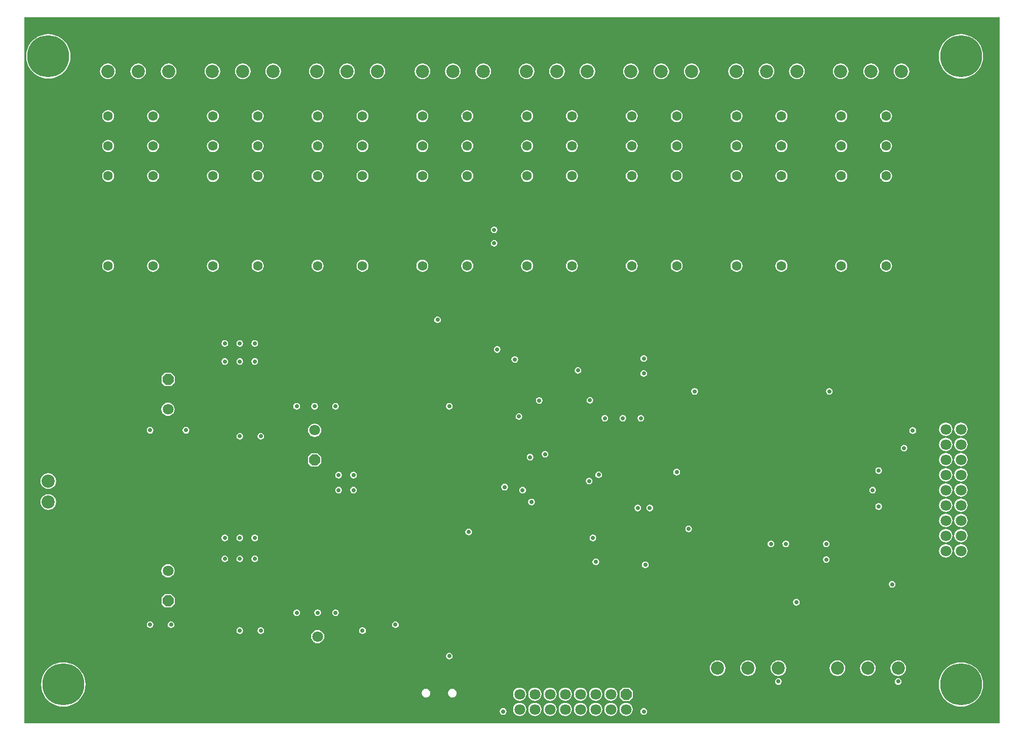
<source format=gbr>
%TF.GenerationSoftware,Altium Limited,Altium Designer,22.4.2 (48)*%
G04 Layer_Physical_Order=3*
G04 Layer_Color=16440176*
%FSLAX45Y45*%
%MOMM*%
%TF.SameCoordinates,5379F3DE-C0A0-4451-8F76-AB011D816888*%
%TF.FilePolarity,Positive*%
%TF.FileFunction,Copper,L3,Inr,Signal*%
%TF.Part,Single*%
G01*
G75*
%TA.AperFunction,ComponentPad*%
%ADD34C,1.80000*%
G04:AMPARAMS|DCode=35|XSize=1.8mm|YSize=1.8mm|CornerRadius=0mm|HoleSize=0mm|Usage=FLASHONLY|Rotation=90.000|XOffset=0mm|YOffset=0mm|HoleType=Round|Shape=Octagon|*
%AMOCTAGOND35*
4,1,8,0.45000,0.90000,-0.45000,0.90000,-0.90000,0.45000,-0.90000,-0.45000,-0.45000,-0.90000,0.45000,-0.90000,0.90000,-0.45000,0.90000,0.45000,0.45000,0.90000,0.0*
%
%ADD35OCTAGOND35*%

%ADD36C,2.20000*%
G04:AMPARAMS|DCode=37|XSize=1.8mm|YSize=1.8mm|CornerRadius=0mm|HoleSize=0mm|Usage=FLASHONLY|Rotation=180.000|XOffset=0mm|YOffset=0mm|HoleType=Round|Shape=Octagon|*
%AMOCTAGOND37*
4,1,8,-0.90000,0.45000,-0.90000,-0.45000,-0.45000,-0.90000,0.45000,-0.90000,0.90000,-0.45000,0.90000,0.45000,0.45000,0.90000,-0.45000,0.90000,-0.90000,0.45000,0.0*
%
%ADD37OCTAGOND37*%

%ADD38C,1.60000*%
%TA.AperFunction,ViaPad*%
%ADD39C,7.00000*%
%ADD40C,0.70000*%
G36*
X16400000Y100000D02*
X100000D01*
Y11900000D01*
X16400000D01*
Y100000D01*
D02*
G37*
%LPC*%
G36*
X15750000Y11621144D02*
X15691940Y11616575D01*
X15635310Y11602979D01*
X15581503Y11580692D01*
X15531847Y11550262D01*
X15487563Y11512438D01*
X15449738Y11468153D01*
X15419308Y11418496D01*
X15397021Y11364690D01*
X15383424Y11308060D01*
X15378856Y11250000D01*
X15383424Y11191940D01*
X15397021Y11135310D01*
X15419308Y11081504D01*
X15449738Y11031847D01*
X15487563Y10987562D01*
X15531847Y10949738D01*
X15581503Y10919308D01*
X15635310Y10897021D01*
X15691940Y10883426D01*
X15750000Y10878856D01*
X15808060Y10883426D01*
X15864690Y10897021D01*
X15918497Y10919308D01*
X15968153Y10949738D01*
X16012437Y10987562D01*
X16050262Y11031847D01*
X16080692Y11081504D01*
X16102979Y11135310D01*
X16116576Y11191940D01*
X16121144Y11250000D01*
X16116576Y11308060D01*
X16102979Y11364690D01*
X16080692Y11418496D01*
X16050262Y11468153D01*
X16012437Y11512438D01*
X15968153Y11550262D01*
X15918497Y11580692D01*
X15864690Y11602979D01*
X15808060Y11616575D01*
X15750000Y11621144D01*
D02*
G37*
G36*
X500000D02*
X441940Y11616575D01*
X385310Y11602979D01*
X331504Y11580692D01*
X281847Y11550262D01*
X237562Y11512438D01*
X199738Y11468153D01*
X169308Y11418496D01*
X147021Y11364690D01*
X133425Y11308060D01*
X128856Y11250000D01*
X133425Y11191940D01*
X147021Y11135310D01*
X169308Y11081504D01*
X199738Y11031847D01*
X237562Y10987562D01*
X281847Y10949738D01*
X331504Y10919308D01*
X385310Y10897021D01*
X441940Y10883426D01*
X500000Y10878856D01*
X558060Y10883426D01*
X614690Y10897021D01*
X668496Y10919308D01*
X718153Y10949738D01*
X762438Y10987562D01*
X800262Y11031847D01*
X830692Y11081504D01*
X852979Y11135310D01*
X866575Y11191940D01*
X871144Y11250000D01*
X866575Y11308060D01*
X852979Y11364690D01*
X830692Y11418496D01*
X800262Y11468153D01*
X762438Y11512438D01*
X718153Y11550262D01*
X668496Y11580692D01*
X614690Y11602979D01*
X558060Y11616575D01*
X500000Y11621144D01*
D02*
G37*
G36*
X14758000Y11131122D02*
X14724063Y11126654D01*
X14692439Y11113555D01*
X14665283Y11092717D01*
X14644444Y11065561D01*
X14631346Y11033937D01*
X14626878Y11000000D01*
X14631346Y10966063D01*
X14644444Y10934439D01*
X14665283Y10907283D01*
X14692439Y10886445D01*
X14724063Y10873346D01*
X14758000Y10868878D01*
X14791937Y10873346D01*
X14823561Y10886445D01*
X14850717Y10907283D01*
X14871555Y10934439D01*
X14884654Y10966063D01*
X14889122Y11000000D01*
X14884654Y11033937D01*
X14871555Y11065561D01*
X14850717Y11092717D01*
X14823561Y11113555D01*
X14791937Y11126654D01*
X14758000Y11131122D01*
D02*
G37*
G36*
X14250000D02*
X14216063Y11126654D01*
X14184439Y11113555D01*
X14157283Y11092717D01*
X14136446Y11065561D01*
X14123346Y11033937D01*
X14118878Y11000000D01*
X14123346Y10966063D01*
X14136446Y10934439D01*
X14157283Y10907283D01*
X14184439Y10886445D01*
X14216063Y10873346D01*
X14250000Y10868878D01*
X14283937Y10873346D01*
X14315561Y10886445D01*
X14342717Y10907283D01*
X14363554Y10934439D01*
X14376654Y10966063D01*
X14381122Y11000000D01*
X14376654Y11033937D01*
X14363554Y11065561D01*
X14342717Y11092717D01*
X14315561Y11113555D01*
X14283937Y11126654D01*
X14250000Y11131122D01*
D02*
G37*
G36*
X13742000D02*
X13708063Y11126654D01*
X13676439Y11113555D01*
X13649283Y11092717D01*
X13628445Y11065561D01*
X13615346Y11033937D01*
X13610878Y11000000D01*
X13615346Y10966063D01*
X13628445Y10934439D01*
X13649283Y10907283D01*
X13676439Y10886445D01*
X13708063Y10873346D01*
X13742000Y10868878D01*
X13775937Y10873346D01*
X13807561Y10886445D01*
X13834717Y10907283D01*
X13855556Y10934439D01*
X13868654Y10966063D01*
X13873122Y11000000D01*
X13868654Y11033937D01*
X13855556Y11065561D01*
X13834717Y11092717D01*
X13807561Y11113555D01*
X13775937Y11126654D01*
X13742000Y11131122D01*
D02*
G37*
G36*
X13007999D02*
X12974063Y11126654D01*
X12942438Y11113555D01*
X12915282Y11092717D01*
X12894444Y11065561D01*
X12881346Y11033937D01*
X12876878Y11000000D01*
X12881346Y10966063D01*
X12894444Y10934439D01*
X12915282Y10907283D01*
X12942438Y10886445D01*
X12974063Y10873346D01*
X13007999Y10868878D01*
X13041936Y10873346D01*
X13073560Y10886445D01*
X13100716Y10907283D01*
X13121555Y10934439D01*
X13134653Y10966063D01*
X13139120Y11000000D01*
X13134653Y11033937D01*
X13121555Y11065561D01*
X13100716Y11092717D01*
X13073560Y11113555D01*
X13041936Y11126654D01*
X13007999Y11131122D01*
D02*
G37*
G36*
X12499999D02*
X12466063Y11126654D01*
X12434438Y11113555D01*
X12407282Y11092717D01*
X12386445Y11065561D01*
X12373346Y11033937D01*
X12368878Y11000000D01*
X12373346Y10966063D01*
X12386445Y10934439D01*
X12407282Y10907283D01*
X12434438Y10886445D01*
X12466063Y10873346D01*
X12499999Y10868878D01*
X12533936Y10873346D01*
X12565560Y10886445D01*
X12592716Y10907283D01*
X12613554Y10934439D01*
X12626653Y10966063D01*
X12631121Y11000000D01*
X12626653Y11033937D01*
X12613554Y11065561D01*
X12592716Y11092717D01*
X12565560Y11113555D01*
X12533936Y11126654D01*
X12499999Y11131122D01*
D02*
G37*
G36*
X11991999D02*
X11958063Y11126654D01*
X11926438Y11113555D01*
X11899282Y11092717D01*
X11878445Y11065561D01*
X11865346Y11033937D01*
X11860878Y11000000D01*
X11865346Y10966063D01*
X11878445Y10934439D01*
X11899282Y10907283D01*
X11926438Y10886445D01*
X11958063Y10873346D01*
X11991999Y10868878D01*
X12025936Y10873346D01*
X12057560Y10886445D01*
X12084716Y10907283D01*
X12105554Y10934439D01*
X12118653Y10966063D01*
X12123121Y11000000D01*
X12118653Y11033937D01*
X12105554Y11065561D01*
X12084716Y11092717D01*
X12057560Y11113555D01*
X12025936Y11126654D01*
X11991999Y11131122D01*
D02*
G37*
G36*
X11249999D02*
X11216063Y11126654D01*
X11184438Y11113555D01*
X11157282Y11092717D01*
X11136445Y11065561D01*
X11123346Y11033937D01*
X11118878Y11000000D01*
X11123346Y10966063D01*
X11136445Y10934439D01*
X11157282Y10907283D01*
X11184438Y10886445D01*
X11216063Y10873346D01*
X11249999Y10868878D01*
X11283936Y10873346D01*
X11315560Y10886445D01*
X11342716Y10907283D01*
X11363554Y10934439D01*
X11376653Y10966063D01*
X11381121Y11000000D01*
X11376653Y11033937D01*
X11363554Y11065561D01*
X11342716Y11092717D01*
X11315560Y11113555D01*
X11283936Y11126654D01*
X11249999Y11131122D01*
D02*
G37*
G36*
X10741999D02*
X10708063Y11126654D01*
X10676438Y11113555D01*
X10649282Y11092717D01*
X10628445Y11065561D01*
X10615346Y11033937D01*
X10610878Y11000000D01*
X10615346Y10966063D01*
X10628445Y10934439D01*
X10649282Y10907283D01*
X10676438Y10886445D01*
X10708063Y10873346D01*
X10741999Y10868878D01*
X10775936Y10873346D01*
X10807560Y10886445D01*
X10834716Y10907283D01*
X10855554Y10934439D01*
X10868653Y10966063D01*
X10873121Y11000000D01*
X10868653Y11033937D01*
X10855554Y11065561D01*
X10834716Y11092717D01*
X10807560Y11113555D01*
X10775936Y11126654D01*
X10741999Y11131122D01*
D02*
G37*
G36*
X10233999D02*
X10200063Y11126654D01*
X10168438Y11113555D01*
X10141282Y11092717D01*
X10120445Y11065561D01*
X10107346Y11033937D01*
X10102878Y11000000D01*
X10107346Y10966063D01*
X10120445Y10934439D01*
X10141282Y10907283D01*
X10168438Y10886445D01*
X10200063Y10873346D01*
X10233999Y10868878D01*
X10267936Y10873346D01*
X10299560Y10886445D01*
X10326716Y10907283D01*
X10347554Y10934439D01*
X10360653Y10966063D01*
X10365121Y11000000D01*
X10360653Y11033937D01*
X10347554Y11065561D01*
X10326716Y11092717D01*
X10299560Y11113555D01*
X10267936Y11126654D01*
X10233999Y11131122D01*
D02*
G37*
G36*
X9507999D02*
X9474063Y11126654D01*
X9442438Y11113555D01*
X9415282Y11092717D01*
X9394445Y11065561D01*
X9381345Y11033937D01*
X9376878Y11000000D01*
X9381345Y10966063D01*
X9394445Y10934439D01*
X9415282Y10907283D01*
X9442438Y10886445D01*
X9474063Y10873346D01*
X9507999Y10868878D01*
X9541936Y10873346D01*
X9573560Y10886445D01*
X9600716Y10907283D01*
X9621554Y10934439D01*
X9634653Y10966063D01*
X9639121Y11000000D01*
X9634653Y11033937D01*
X9621554Y11065561D01*
X9600716Y11092717D01*
X9573560Y11113555D01*
X9541936Y11126654D01*
X9507999Y11131122D01*
D02*
G37*
G36*
X8999999D02*
X8966063Y11126654D01*
X8934438Y11113555D01*
X8907282Y11092717D01*
X8886445Y11065561D01*
X8873345Y11033937D01*
X8868878Y11000000D01*
X8873345Y10966063D01*
X8886445Y10934439D01*
X8907282Y10907283D01*
X8934438Y10886445D01*
X8966063Y10873346D01*
X8999999Y10868878D01*
X9033936Y10873346D01*
X9065560Y10886445D01*
X9092716Y10907283D01*
X9113554Y10934439D01*
X9126653Y10966063D01*
X9131121Y11000000D01*
X9126653Y11033937D01*
X9113554Y11065561D01*
X9092716Y11092717D01*
X9065560Y11113555D01*
X9033936Y11126654D01*
X8999999Y11131122D01*
D02*
G37*
G36*
X8491999D02*
X8458063Y11126654D01*
X8426438Y11113555D01*
X8399282Y11092717D01*
X8378445Y11065561D01*
X8365345Y11033937D01*
X8360878Y11000000D01*
X8365345Y10966063D01*
X8378445Y10934439D01*
X8399282Y10907283D01*
X8426438Y10886445D01*
X8458063Y10873346D01*
X8491999Y10868878D01*
X8525936Y10873346D01*
X8557560Y10886445D01*
X8584716Y10907283D01*
X8605554Y10934439D01*
X8618653Y10966063D01*
X8623121Y11000000D01*
X8618653Y11033937D01*
X8605554Y11065561D01*
X8584716Y11092717D01*
X8557560Y11113555D01*
X8525936Y11126654D01*
X8491999Y11131122D01*
D02*
G37*
G36*
X7765999D02*
X7732063Y11126654D01*
X7700439Y11113555D01*
X7673282Y11092717D01*
X7652445Y11065561D01*
X7639346Y11033937D01*
X7634878Y11000000D01*
X7639346Y10966063D01*
X7652445Y10934439D01*
X7673282Y10907283D01*
X7700439Y10886445D01*
X7732063Y10873346D01*
X7765999Y10868878D01*
X7799936Y10873346D01*
X7831560Y10886445D01*
X7858717Y10907283D01*
X7879554Y10934439D01*
X7892653Y10966063D01*
X7897121Y11000000D01*
X7892653Y11033937D01*
X7879554Y11065561D01*
X7858717Y11092717D01*
X7831560Y11113555D01*
X7799936Y11126654D01*
X7765999Y11131122D01*
D02*
G37*
G36*
X7257999D02*
X7224063Y11126654D01*
X7192439Y11113555D01*
X7165282Y11092717D01*
X7144445Y11065561D01*
X7131346Y11033937D01*
X7126878Y11000000D01*
X7131346Y10966063D01*
X7144445Y10934439D01*
X7165282Y10907283D01*
X7192439Y10886445D01*
X7224063Y10873346D01*
X7257999Y10868878D01*
X7291936Y10873346D01*
X7323560Y10886445D01*
X7350717Y10907283D01*
X7371554Y10934439D01*
X7384653Y10966063D01*
X7389121Y11000000D01*
X7384653Y11033937D01*
X7371554Y11065561D01*
X7350717Y11092717D01*
X7323560Y11113555D01*
X7291936Y11126654D01*
X7257999Y11131122D01*
D02*
G37*
G36*
X6749999D02*
X6716063Y11126654D01*
X6684439Y11113555D01*
X6657282Y11092717D01*
X6636445Y11065561D01*
X6623346Y11033937D01*
X6618878Y11000000D01*
X6623346Y10966063D01*
X6636445Y10934439D01*
X6657282Y10907283D01*
X6684439Y10886445D01*
X6716063Y10873346D01*
X6749999Y10868878D01*
X6783936Y10873346D01*
X6815560Y10886445D01*
X6842717Y10907283D01*
X6863554Y10934439D01*
X6876653Y10966063D01*
X6881121Y11000000D01*
X6876653Y11033937D01*
X6863554Y11065561D01*
X6842717Y11092717D01*
X6815560Y11113555D01*
X6783936Y11126654D01*
X6749999Y11131122D01*
D02*
G37*
G36*
X5999999D02*
X5966063Y11126654D01*
X5934439Y11113555D01*
X5907282Y11092717D01*
X5886445Y11065561D01*
X5873346Y11033937D01*
X5868878Y11000000D01*
X5873346Y10966063D01*
X5886445Y10934439D01*
X5907282Y10907283D01*
X5934439Y10886445D01*
X5966063Y10873346D01*
X5999999Y10868878D01*
X6033936Y10873346D01*
X6065560Y10886445D01*
X6092717Y10907283D01*
X6113554Y10934439D01*
X6126653Y10966063D01*
X6131121Y11000000D01*
X6126653Y11033937D01*
X6113554Y11065561D01*
X6092717Y11092717D01*
X6065560Y11113555D01*
X6033936Y11126654D01*
X5999999Y11131122D01*
D02*
G37*
G36*
X5491999D02*
X5458063Y11126654D01*
X5426439Y11113555D01*
X5399282Y11092717D01*
X5378445Y11065561D01*
X5365346Y11033937D01*
X5360878Y11000000D01*
X5365346Y10966063D01*
X5378445Y10934439D01*
X5399282Y10907283D01*
X5426439Y10886445D01*
X5458063Y10873346D01*
X5491999Y10868878D01*
X5525936Y10873346D01*
X5557560Y10886445D01*
X5584717Y10907283D01*
X5605554Y10934439D01*
X5618653Y10966063D01*
X5623121Y11000000D01*
X5618653Y11033937D01*
X5605554Y11065561D01*
X5584717Y11092717D01*
X5557560Y11113555D01*
X5525936Y11126654D01*
X5491999Y11131122D01*
D02*
G37*
G36*
X4983999D02*
X4950063Y11126654D01*
X4918439Y11113555D01*
X4891282Y11092717D01*
X4870445Y11065561D01*
X4857346Y11033937D01*
X4852878Y11000000D01*
X4857346Y10966063D01*
X4870445Y10934439D01*
X4891282Y10907283D01*
X4918439Y10886445D01*
X4950063Y10873346D01*
X4983999Y10868878D01*
X5017936Y10873346D01*
X5049560Y10886445D01*
X5076717Y10907283D01*
X5097554Y10934439D01*
X5110653Y10966063D01*
X5115121Y11000000D01*
X5110653Y11033937D01*
X5097554Y11065561D01*
X5076717Y11092717D01*
X5049560Y11113555D01*
X5017936Y11126654D01*
X4983999Y11131122D01*
D02*
G37*
G36*
X4258000D02*
X4224063Y11126654D01*
X4192439Y11113555D01*
X4165283Y11092717D01*
X4144445Y11065561D01*
X4131346Y11033937D01*
X4126878Y11000000D01*
X4131346Y10966063D01*
X4144445Y10934439D01*
X4165283Y10907283D01*
X4192439Y10886445D01*
X4224063Y10873346D01*
X4258000Y10868878D01*
X4291937Y10873346D01*
X4323561Y10886445D01*
X4350717Y10907283D01*
X4371555Y10934439D01*
X4384654Y10966063D01*
X4389122Y11000000D01*
X4384654Y11033937D01*
X4371555Y11065561D01*
X4350717Y11092717D01*
X4323561Y11113555D01*
X4291937Y11126654D01*
X4258000Y11131122D01*
D02*
G37*
G36*
X3750000D02*
X3716063Y11126654D01*
X3684439Y11113555D01*
X3657283Y11092717D01*
X3636445Y11065561D01*
X3623346Y11033937D01*
X3618878Y11000000D01*
X3623346Y10966063D01*
X3636445Y10934439D01*
X3657283Y10907283D01*
X3684439Y10886445D01*
X3716063Y10873346D01*
X3750000Y10868878D01*
X3783937Y10873346D01*
X3815561Y10886445D01*
X3842717Y10907283D01*
X3863555Y10934439D01*
X3876654Y10966063D01*
X3881122Y11000000D01*
X3876654Y11033937D01*
X3863555Y11065561D01*
X3842717Y11092717D01*
X3815561Y11113555D01*
X3783937Y11126654D01*
X3750000Y11131122D01*
D02*
G37*
G36*
X3242000D02*
X3208063Y11126654D01*
X3176439Y11113555D01*
X3149283Y11092717D01*
X3128445Y11065561D01*
X3115346Y11033937D01*
X3110878Y11000000D01*
X3115346Y10966063D01*
X3128445Y10934439D01*
X3149283Y10907283D01*
X3176439Y10886445D01*
X3208063Y10873346D01*
X3242000Y10868878D01*
X3275937Y10873346D01*
X3307561Y10886445D01*
X3334717Y10907283D01*
X3355555Y10934439D01*
X3368654Y10966063D01*
X3373122Y11000000D01*
X3368654Y11033937D01*
X3355555Y11065561D01*
X3334717Y11092717D01*
X3307561Y11113555D01*
X3275937Y11126654D01*
X3242000Y11131122D01*
D02*
G37*
G36*
X2508000D02*
X2474063Y11126654D01*
X2442439Y11113555D01*
X2415283Y11092717D01*
X2394445Y11065561D01*
X2381346Y11033937D01*
X2376878Y11000000D01*
X2381346Y10966063D01*
X2394445Y10934439D01*
X2415283Y10907283D01*
X2442439Y10886445D01*
X2474063Y10873346D01*
X2508000Y10868878D01*
X2541936Y10873346D01*
X2573561Y10886445D01*
X2600717Y10907283D01*
X2621555Y10934439D01*
X2634654Y10966063D01*
X2639121Y11000000D01*
X2634654Y11033937D01*
X2621555Y11065561D01*
X2600717Y11092717D01*
X2573561Y11113555D01*
X2541936Y11126654D01*
X2508000Y11131122D01*
D02*
G37*
G36*
X2000000D02*
X1966063Y11126654D01*
X1934439Y11113555D01*
X1907283Y11092717D01*
X1886445Y11065561D01*
X1873346Y11033937D01*
X1868878Y11000000D01*
X1873346Y10966063D01*
X1886445Y10934439D01*
X1907283Y10907283D01*
X1934439Y10886445D01*
X1966063Y10873346D01*
X2000000Y10868878D01*
X2033936Y10873346D01*
X2065561Y10886445D01*
X2092717Y10907283D01*
X2113555Y10934439D01*
X2126654Y10966063D01*
X2131121Y11000000D01*
X2126654Y11033937D01*
X2113555Y11065561D01*
X2092717Y11092717D01*
X2065561Y11113555D01*
X2033936Y11126654D01*
X2000000Y11131122D01*
D02*
G37*
G36*
X1492000D02*
X1458063Y11126654D01*
X1426439Y11113555D01*
X1399283Y11092717D01*
X1378445Y11065561D01*
X1365346Y11033937D01*
X1360878Y11000000D01*
X1365346Y10966063D01*
X1378445Y10934439D01*
X1399283Y10907283D01*
X1426439Y10886445D01*
X1458063Y10873346D01*
X1492000Y10868878D01*
X1525936Y10873346D01*
X1557561Y10886445D01*
X1584717Y10907283D01*
X1605555Y10934439D01*
X1618654Y10966063D01*
X1623121Y11000000D01*
X1618654Y11033937D01*
X1605555Y11065561D01*
X1584717Y11092717D01*
X1557561Y11113555D01*
X1525936Y11126654D01*
X1492000Y11131122D01*
D02*
G37*
G36*
X14500000Y10350863D02*
X14473895Y10347426D01*
X14449570Y10337350D01*
X14428679Y10321321D01*
X14412650Y10300432D01*
X14402574Y10276105D01*
X14399136Y10250000D01*
X14402574Y10223895D01*
X14412650Y10199569D01*
X14428679Y10178679D01*
X14449570Y10162650D01*
X14473895Y10152574D01*
X14500000Y10149137D01*
X14526105Y10152574D01*
X14550430Y10162650D01*
X14571321Y10178679D01*
X14587350Y10199569D01*
X14597426Y10223895D01*
X14600864Y10250000D01*
X14597426Y10276105D01*
X14587350Y10300432D01*
X14571321Y10321321D01*
X14550430Y10337350D01*
X14526105Y10347426D01*
X14500000Y10350863D01*
D02*
G37*
G36*
X13750000D02*
X13723895Y10347426D01*
X13699570Y10337350D01*
X13678679Y10321321D01*
X13662650Y10300432D01*
X13652574Y10276105D01*
X13649136Y10250000D01*
X13652574Y10223895D01*
X13662650Y10199569D01*
X13678679Y10178679D01*
X13699570Y10162650D01*
X13723895Y10152574D01*
X13750000Y10149137D01*
X13776105Y10152574D01*
X13800430Y10162650D01*
X13821321Y10178679D01*
X13837350Y10199569D01*
X13847426Y10223895D01*
X13850864Y10250000D01*
X13847426Y10276105D01*
X13837350Y10300432D01*
X13821321Y10321321D01*
X13800430Y10337350D01*
X13776105Y10347426D01*
X13750000Y10350863D01*
D02*
G37*
G36*
X12750000D02*
X12723895Y10347426D01*
X12699569Y10337350D01*
X12678679Y10321321D01*
X12662650Y10300432D01*
X12652574Y10276105D01*
X12649137Y10250000D01*
X12652574Y10223895D01*
X12662650Y10199569D01*
X12678679Y10178679D01*
X12699569Y10162650D01*
X12723895Y10152574D01*
X12750000Y10149137D01*
X12776105Y10152574D01*
X12800430Y10162650D01*
X12821321Y10178679D01*
X12837349Y10199569D01*
X12847426Y10223895D01*
X12850864Y10250000D01*
X12847426Y10276105D01*
X12837349Y10300432D01*
X12821321Y10321321D01*
X12800430Y10337350D01*
X12776105Y10347426D01*
X12750000Y10350863D01*
D02*
G37*
G36*
X12000000D02*
X11973895Y10347426D01*
X11949569Y10337350D01*
X11928679Y10321321D01*
X11912650Y10300432D01*
X11902574Y10276105D01*
X11899137Y10250000D01*
X11902574Y10223895D01*
X11912650Y10199569D01*
X11928679Y10178679D01*
X11949569Y10162650D01*
X11973895Y10152574D01*
X12000000Y10149137D01*
X12026105Y10152574D01*
X12050431Y10162650D01*
X12071321Y10178679D01*
X12087349Y10199569D01*
X12097426Y10223895D01*
X12100863Y10250000D01*
X12097426Y10276105D01*
X12087349Y10300432D01*
X12071321Y10321321D01*
X12050431Y10337350D01*
X12026105Y10347426D01*
X12000000Y10350863D01*
D02*
G37*
G36*
X11000000D02*
X10973895Y10347426D01*
X10949569Y10337350D01*
X10928679Y10321321D01*
X10912651Y10300432D01*
X10902574Y10276105D01*
X10899137Y10250000D01*
X10902574Y10223895D01*
X10912651Y10199569D01*
X10928679Y10178679D01*
X10949569Y10162650D01*
X10973895Y10152574D01*
X11000000Y10149137D01*
X11026105Y10152574D01*
X11050432Y10162650D01*
X11071321Y10178679D01*
X11087350Y10199569D01*
X11097426Y10223895D01*
X11100863Y10250000D01*
X11097426Y10276105D01*
X11087350Y10300432D01*
X11071321Y10321321D01*
X11050432Y10337350D01*
X11026105Y10347426D01*
X11000000Y10350863D01*
D02*
G37*
G36*
X10250000D02*
X10223895Y10347426D01*
X10199569Y10337350D01*
X10178679Y10321321D01*
X10162650Y10300432D01*
X10152574Y10276105D01*
X10149137Y10250000D01*
X10152574Y10223895D01*
X10162650Y10199569D01*
X10178679Y10178679D01*
X10199569Y10162650D01*
X10223895Y10152574D01*
X10250000Y10149137D01*
X10276105Y10152574D01*
X10300432Y10162650D01*
X10321321Y10178679D01*
X10337350Y10199569D01*
X10347426Y10223895D01*
X10350863Y10250000D01*
X10347426Y10276105D01*
X10337350Y10300432D01*
X10321321Y10321321D01*
X10300432Y10337350D01*
X10276105Y10347426D01*
X10250000Y10350863D01*
D02*
G37*
G36*
X9250000D02*
X9223895Y10347426D01*
X9199569Y10337350D01*
X9178679Y10321321D01*
X9162650Y10300432D01*
X9152574Y10276105D01*
X9149137Y10250000D01*
X9152574Y10223895D01*
X9162650Y10199569D01*
X9178679Y10178679D01*
X9199569Y10162650D01*
X9223895Y10152574D01*
X9250000Y10149137D01*
X9276105Y10152574D01*
X9300431Y10162650D01*
X9321321Y10178679D01*
X9337350Y10199569D01*
X9347426Y10223895D01*
X9350863Y10250000D01*
X9347426Y10276105D01*
X9337350Y10300432D01*
X9321321Y10321321D01*
X9300431Y10337350D01*
X9276105Y10347426D01*
X9250000Y10350863D01*
D02*
G37*
G36*
X8500000D02*
X8473895Y10347426D01*
X8449569Y10337350D01*
X8428679Y10321321D01*
X8412650Y10300432D01*
X8402574Y10276105D01*
X8399137Y10250000D01*
X8402574Y10223895D01*
X8412650Y10199569D01*
X8428679Y10178679D01*
X8449569Y10162650D01*
X8473895Y10152574D01*
X8500000Y10149137D01*
X8526105Y10152574D01*
X8550431Y10162650D01*
X8571321Y10178679D01*
X8587350Y10199569D01*
X8597426Y10223895D01*
X8600863Y10250000D01*
X8597426Y10276105D01*
X8587350Y10300432D01*
X8571321Y10321321D01*
X8550431Y10337350D01*
X8526105Y10347426D01*
X8500000Y10350863D01*
D02*
G37*
G36*
X7500000D02*
X7473895Y10347426D01*
X7449569Y10337350D01*
X7428679Y10321321D01*
X7412650Y10300432D01*
X7402574Y10276105D01*
X7399137Y10250000D01*
X7402574Y10223895D01*
X7412650Y10199569D01*
X7428679Y10178679D01*
X7449569Y10162650D01*
X7473895Y10152574D01*
X7500000Y10149137D01*
X7526105Y10152574D01*
X7550431Y10162650D01*
X7571321Y10178679D01*
X7587350Y10199569D01*
X7597426Y10223895D01*
X7600863Y10250000D01*
X7597426Y10276105D01*
X7587350Y10300432D01*
X7571321Y10321321D01*
X7550431Y10337350D01*
X7526105Y10347426D01*
X7500000Y10350863D01*
D02*
G37*
G36*
X6750000D02*
X6723895Y10347426D01*
X6699569Y10337350D01*
X6678679Y10321321D01*
X6662650Y10300432D01*
X6652574Y10276105D01*
X6649137Y10250000D01*
X6652574Y10223895D01*
X6662650Y10199569D01*
X6678679Y10178679D01*
X6699569Y10162650D01*
X6723895Y10152574D01*
X6750000Y10149137D01*
X6776105Y10152574D01*
X6800431Y10162650D01*
X6821321Y10178679D01*
X6837350Y10199569D01*
X6847426Y10223895D01*
X6850863Y10250000D01*
X6847426Y10276105D01*
X6837350Y10300432D01*
X6821321Y10321321D01*
X6800431Y10337350D01*
X6776105Y10347426D01*
X6750000Y10350863D01*
D02*
G37*
G36*
X5750000D02*
X5723895Y10347426D01*
X5699568Y10337350D01*
X5678679Y10321321D01*
X5662650Y10300432D01*
X5652574Y10276105D01*
X5649137Y10250000D01*
X5652574Y10223895D01*
X5662650Y10199569D01*
X5678679Y10178679D01*
X5699568Y10162650D01*
X5723895Y10152574D01*
X5750000Y10149137D01*
X5776105Y10152574D01*
X5800431Y10162650D01*
X5821321Y10178679D01*
X5837350Y10199569D01*
X5847426Y10223895D01*
X5850863Y10250000D01*
X5847426Y10276105D01*
X5837350Y10300432D01*
X5821321Y10321321D01*
X5800431Y10337350D01*
X5776105Y10347426D01*
X5750000Y10350863D01*
D02*
G37*
G36*
X5000000D02*
X4973895Y10347426D01*
X4949568Y10337350D01*
X4928679Y10321321D01*
X4912650Y10300432D01*
X4902574Y10276105D01*
X4899137Y10250000D01*
X4902574Y10223895D01*
X4912650Y10199569D01*
X4928679Y10178679D01*
X4949568Y10162650D01*
X4973895Y10152574D01*
X5000000Y10149137D01*
X5026105Y10152574D01*
X5050431Y10162650D01*
X5071321Y10178679D01*
X5087349Y10199569D01*
X5097426Y10223895D01*
X5100863Y10250000D01*
X5097426Y10276105D01*
X5087349Y10300432D01*
X5071321Y10321321D01*
X5050431Y10337350D01*
X5026105Y10347426D01*
X5000000Y10350863D01*
D02*
G37*
G36*
X4000000D02*
X3973895Y10347426D01*
X3949568Y10337350D01*
X3928679Y10321321D01*
X3912650Y10300432D01*
X3902574Y10276105D01*
X3899137Y10250000D01*
X3902574Y10223895D01*
X3912650Y10199569D01*
X3928679Y10178679D01*
X3949568Y10162650D01*
X3973895Y10152574D01*
X4000000Y10149137D01*
X4026105Y10152574D01*
X4050431Y10162650D01*
X4071321Y10178679D01*
X4087349Y10199569D01*
X4097426Y10223895D01*
X4100863Y10250000D01*
X4097426Y10276105D01*
X4087349Y10300432D01*
X4071321Y10321321D01*
X4050431Y10337350D01*
X4026105Y10347426D01*
X4000000Y10350863D01*
D02*
G37*
G36*
X3250000D02*
X3223895Y10347426D01*
X3199568Y10337350D01*
X3178679Y10321321D01*
X3162650Y10300432D01*
X3152574Y10276105D01*
X3149137Y10250000D01*
X3152574Y10223895D01*
X3162650Y10199569D01*
X3178679Y10178679D01*
X3199568Y10162650D01*
X3223895Y10152574D01*
X3250000Y10149137D01*
X3276105Y10152574D01*
X3300431Y10162650D01*
X3321321Y10178679D01*
X3337349Y10199569D01*
X3347426Y10223895D01*
X3350862Y10250000D01*
X3347426Y10276105D01*
X3337349Y10300432D01*
X3321321Y10321321D01*
X3300431Y10337350D01*
X3276105Y10347426D01*
X3250000Y10350863D01*
D02*
G37*
G36*
X2250000D02*
X2223895Y10347426D01*
X2199569Y10337350D01*
X2178679Y10321321D01*
X2162650Y10300432D01*
X2152574Y10276105D01*
X2149137Y10250000D01*
X2152574Y10223895D01*
X2162650Y10199569D01*
X2178679Y10178679D01*
X2199569Y10162650D01*
X2223895Y10152574D01*
X2250000Y10149137D01*
X2276105Y10152574D01*
X2300431Y10162650D01*
X2321321Y10178679D01*
X2337350Y10199569D01*
X2347426Y10223895D01*
X2350863Y10250000D01*
X2347426Y10276105D01*
X2337350Y10300432D01*
X2321321Y10321321D01*
X2300431Y10337350D01*
X2276105Y10347426D01*
X2250000Y10350863D01*
D02*
G37*
G36*
X1500000D02*
X1473895Y10347426D01*
X1449569Y10337350D01*
X1428679Y10321321D01*
X1412650Y10300432D01*
X1402574Y10276105D01*
X1399137Y10250000D01*
X1402574Y10223895D01*
X1412650Y10199569D01*
X1428679Y10178679D01*
X1449569Y10162650D01*
X1473895Y10152574D01*
X1500000Y10149137D01*
X1526105Y10152574D01*
X1550431Y10162650D01*
X1571321Y10178679D01*
X1587350Y10199569D01*
X1597426Y10223895D01*
X1600863Y10250000D01*
X1597426Y10276105D01*
X1587350Y10300432D01*
X1571321Y10321321D01*
X1550431Y10337350D01*
X1526105Y10347426D01*
X1500000Y10350863D01*
D02*
G37*
G36*
X14500000Y9850863D02*
X14473895Y9847426D01*
X14449570Y9837350D01*
X14428679Y9821321D01*
X14412650Y9800432D01*
X14402574Y9776105D01*
X14399136Y9750000D01*
X14402574Y9723895D01*
X14412650Y9699569D01*
X14428679Y9678679D01*
X14449570Y9662650D01*
X14473895Y9652574D01*
X14500000Y9649137D01*
X14526105Y9652574D01*
X14550430Y9662650D01*
X14571321Y9678679D01*
X14587350Y9699569D01*
X14597426Y9723895D01*
X14600864Y9750000D01*
X14597426Y9776105D01*
X14587350Y9800432D01*
X14571321Y9821321D01*
X14550430Y9837350D01*
X14526105Y9847426D01*
X14500000Y9850863D01*
D02*
G37*
G36*
X13750000D02*
X13723895Y9847426D01*
X13699570Y9837350D01*
X13678679Y9821321D01*
X13662650Y9800432D01*
X13652574Y9776105D01*
X13649136Y9750000D01*
X13652574Y9723895D01*
X13662650Y9699569D01*
X13678679Y9678679D01*
X13699570Y9662650D01*
X13723895Y9652574D01*
X13750000Y9649137D01*
X13776105Y9652574D01*
X13800430Y9662650D01*
X13821321Y9678679D01*
X13837350Y9699569D01*
X13847426Y9723895D01*
X13850864Y9750000D01*
X13847426Y9776105D01*
X13837350Y9800432D01*
X13821321Y9821321D01*
X13800430Y9837350D01*
X13776105Y9847426D01*
X13750000Y9850863D01*
D02*
G37*
G36*
X12750000D02*
X12723895Y9847426D01*
X12699569Y9837350D01*
X12678679Y9821321D01*
X12662650Y9800432D01*
X12652574Y9776105D01*
X12649137Y9750000D01*
X12652574Y9723895D01*
X12662650Y9699569D01*
X12678679Y9678679D01*
X12699569Y9662650D01*
X12723895Y9652574D01*
X12750000Y9649137D01*
X12776105Y9652574D01*
X12800430Y9662650D01*
X12821321Y9678679D01*
X12837349Y9699569D01*
X12847426Y9723895D01*
X12850864Y9750000D01*
X12847426Y9776105D01*
X12837349Y9800432D01*
X12821321Y9821321D01*
X12800430Y9837350D01*
X12776105Y9847426D01*
X12750000Y9850863D01*
D02*
G37*
G36*
X12000000D02*
X11973895Y9847426D01*
X11949569Y9837350D01*
X11928679Y9821321D01*
X11912650Y9800432D01*
X11902574Y9776105D01*
X11899137Y9750000D01*
X11902574Y9723895D01*
X11912650Y9699569D01*
X11928679Y9678679D01*
X11949569Y9662650D01*
X11973895Y9652574D01*
X12000000Y9649137D01*
X12026105Y9652574D01*
X12050431Y9662650D01*
X12071321Y9678679D01*
X12087349Y9699569D01*
X12097426Y9723895D01*
X12100863Y9750000D01*
X12097426Y9776105D01*
X12087349Y9800432D01*
X12071321Y9821321D01*
X12050431Y9837350D01*
X12026105Y9847426D01*
X12000000Y9850863D01*
D02*
G37*
G36*
X11000000D02*
X10973895Y9847426D01*
X10949569Y9837350D01*
X10928679Y9821321D01*
X10912651Y9800432D01*
X10902574Y9776105D01*
X10899137Y9750000D01*
X10902574Y9723895D01*
X10912651Y9699569D01*
X10928679Y9678679D01*
X10949569Y9662650D01*
X10973895Y9652574D01*
X11000000Y9649137D01*
X11026105Y9652574D01*
X11050432Y9662650D01*
X11071321Y9678679D01*
X11087350Y9699569D01*
X11097426Y9723895D01*
X11100863Y9750000D01*
X11097426Y9776105D01*
X11087350Y9800432D01*
X11071321Y9821321D01*
X11050432Y9837350D01*
X11026105Y9847426D01*
X11000000Y9850863D01*
D02*
G37*
G36*
X10250000D02*
X10223895Y9847426D01*
X10199569Y9837350D01*
X10178679Y9821321D01*
X10162650Y9800432D01*
X10152574Y9776105D01*
X10149137Y9750000D01*
X10152574Y9723895D01*
X10162650Y9699569D01*
X10178679Y9678679D01*
X10199569Y9662650D01*
X10223895Y9652574D01*
X10250000Y9649137D01*
X10276105Y9652574D01*
X10300432Y9662650D01*
X10321321Y9678679D01*
X10337350Y9699569D01*
X10347426Y9723895D01*
X10350863Y9750000D01*
X10347426Y9776105D01*
X10337350Y9800432D01*
X10321321Y9821321D01*
X10300432Y9837350D01*
X10276105Y9847426D01*
X10250000Y9850863D01*
D02*
G37*
G36*
X9250000D02*
X9223895Y9847426D01*
X9199569Y9837350D01*
X9178679Y9821321D01*
X9162650Y9800432D01*
X9152574Y9776105D01*
X9149137Y9750000D01*
X9152574Y9723895D01*
X9162650Y9699569D01*
X9178679Y9678679D01*
X9199569Y9662650D01*
X9223895Y9652574D01*
X9250000Y9649137D01*
X9276105Y9652574D01*
X9300431Y9662650D01*
X9321321Y9678679D01*
X9337350Y9699569D01*
X9347426Y9723895D01*
X9350863Y9750000D01*
X9347426Y9776105D01*
X9337350Y9800432D01*
X9321321Y9821321D01*
X9300431Y9837350D01*
X9276105Y9847426D01*
X9250000Y9850863D01*
D02*
G37*
G36*
X8500000D02*
X8473895Y9847426D01*
X8449569Y9837350D01*
X8428679Y9821321D01*
X8412650Y9800432D01*
X8402574Y9776105D01*
X8399137Y9750000D01*
X8402574Y9723895D01*
X8412650Y9699569D01*
X8428679Y9678679D01*
X8449569Y9662650D01*
X8473895Y9652574D01*
X8500000Y9649137D01*
X8526105Y9652574D01*
X8550431Y9662650D01*
X8571321Y9678679D01*
X8587350Y9699569D01*
X8597426Y9723895D01*
X8600863Y9750000D01*
X8597426Y9776105D01*
X8587350Y9800432D01*
X8571321Y9821321D01*
X8550431Y9837350D01*
X8526105Y9847426D01*
X8500000Y9850863D01*
D02*
G37*
G36*
X7500000D02*
X7473895Y9847426D01*
X7449569Y9837350D01*
X7428679Y9821321D01*
X7412650Y9800432D01*
X7402574Y9776105D01*
X7399137Y9750000D01*
X7402574Y9723895D01*
X7412650Y9699569D01*
X7428679Y9678679D01*
X7449569Y9662650D01*
X7473895Y9652574D01*
X7500000Y9649137D01*
X7526105Y9652574D01*
X7550431Y9662650D01*
X7571321Y9678679D01*
X7587350Y9699569D01*
X7597426Y9723895D01*
X7600863Y9750000D01*
X7597426Y9776105D01*
X7587350Y9800432D01*
X7571321Y9821321D01*
X7550431Y9837350D01*
X7526105Y9847426D01*
X7500000Y9850863D01*
D02*
G37*
G36*
X6750000D02*
X6723895Y9847426D01*
X6699569Y9837350D01*
X6678679Y9821321D01*
X6662650Y9800432D01*
X6652574Y9776105D01*
X6649137Y9750000D01*
X6652574Y9723895D01*
X6662650Y9699569D01*
X6678679Y9678679D01*
X6699569Y9662650D01*
X6723895Y9652574D01*
X6750000Y9649137D01*
X6776105Y9652574D01*
X6800431Y9662650D01*
X6821321Y9678679D01*
X6837350Y9699569D01*
X6847426Y9723895D01*
X6850863Y9750000D01*
X6847426Y9776105D01*
X6837350Y9800432D01*
X6821321Y9821321D01*
X6800431Y9837350D01*
X6776105Y9847426D01*
X6750000Y9850863D01*
D02*
G37*
G36*
X5750000D02*
X5723895Y9847426D01*
X5699568Y9837350D01*
X5678679Y9821321D01*
X5662650Y9800432D01*
X5652574Y9776105D01*
X5649137Y9750000D01*
X5652574Y9723895D01*
X5662650Y9699569D01*
X5678679Y9678679D01*
X5699568Y9662650D01*
X5723895Y9652574D01*
X5750000Y9649137D01*
X5776105Y9652574D01*
X5800431Y9662650D01*
X5821321Y9678679D01*
X5837350Y9699569D01*
X5847426Y9723895D01*
X5850863Y9750000D01*
X5847426Y9776105D01*
X5837350Y9800432D01*
X5821321Y9821321D01*
X5800431Y9837350D01*
X5776105Y9847426D01*
X5750000Y9850863D01*
D02*
G37*
G36*
X5000000D02*
X4973895Y9847426D01*
X4949568Y9837350D01*
X4928679Y9821321D01*
X4912650Y9800432D01*
X4902574Y9776105D01*
X4899137Y9750000D01*
X4902574Y9723895D01*
X4912650Y9699569D01*
X4928679Y9678679D01*
X4949568Y9662650D01*
X4973895Y9652574D01*
X5000000Y9649137D01*
X5026105Y9652574D01*
X5050431Y9662650D01*
X5071321Y9678679D01*
X5087349Y9699569D01*
X5097426Y9723895D01*
X5100863Y9750000D01*
X5097426Y9776105D01*
X5087349Y9800432D01*
X5071321Y9821321D01*
X5050431Y9837350D01*
X5026105Y9847426D01*
X5000000Y9850863D01*
D02*
G37*
G36*
X4000000D02*
X3973895Y9847426D01*
X3949568Y9837350D01*
X3928679Y9821321D01*
X3912650Y9800432D01*
X3902574Y9776105D01*
X3899137Y9750000D01*
X3902574Y9723895D01*
X3912650Y9699569D01*
X3928679Y9678679D01*
X3949568Y9662650D01*
X3973895Y9652574D01*
X4000000Y9649137D01*
X4026105Y9652574D01*
X4050431Y9662650D01*
X4071321Y9678679D01*
X4087349Y9699569D01*
X4097426Y9723895D01*
X4100863Y9750000D01*
X4097426Y9776105D01*
X4087349Y9800432D01*
X4071321Y9821321D01*
X4050431Y9837350D01*
X4026105Y9847426D01*
X4000000Y9850863D01*
D02*
G37*
G36*
X3250000D02*
X3223895Y9847426D01*
X3199568Y9837350D01*
X3178679Y9821321D01*
X3162650Y9800432D01*
X3152574Y9776105D01*
X3149137Y9750000D01*
X3152574Y9723895D01*
X3162650Y9699569D01*
X3178679Y9678679D01*
X3199568Y9662650D01*
X3223895Y9652574D01*
X3250000Y9649137D01*
X3276105Y9652574D01*
X3300431Y9662650D01*
X3321321Y9678679D01*
X3337349Y9699569D01*
X3347426Y9723895D01*
X3350862Y9750000D01*
X3347426Y9776105D01*
X3337349Y9800432D01*
X3321321Y9821321D01*
X3300431Y9837350D01*
X3276105Y9847426D01*
X3250000Y9850863D01*
D02*
G37*
G36*
X2250000D02*
X2223895Y9847426D01*
X2199569Y9837350D01*
X2178679Y9821321D01*
X2162650Y9800432D01*
X2152574Y9776105D01*
X2149137Y9750000D01*
X2152574Y9723895D01*
X2162650Y9699569D01*
X2178679Y9678679D01*
X2199569Y9662650D01*
X2223895Y9652574D01*
X2250000Y9649137D01*
X2276105Y9652574D01*
X2300431Y9662650D01*
X2321321Y9678679D01*
X2337350Y9699569D01*
X2347426Y9723895D01*
X2350863Y9750000D01*
X2347426Y9776105D01*
X2337350Y9800432D01*
X2321321Y9821321D01*
X2300431Y9837350D01*
X2276105Y9847426D01*
X2250000Y9850863D01*
D02*
G37*
G36*
X1500000D02*
X1473895Y9847426D01*
X1449569Y9837350D01*
X1428679Y9821321D01*
X1412650Y9800432D01*
X1402574Y9776105D01*
X1399137Y9750000D01*
X1402574Y9723895D01*
X1412650Y9699569D01*
X1428679Y9678679D01*
X1449569Y9662650D01*
X1473895Y9652574D01*
X1500000Y9649137D01*
X1526105Y9652574D01*
X1550431Y9662650D01*
X1571321Y9678679D01*
X1587350Y9699569D01*
X1597426Y9723895D01*
X1600863Y9750000D01*
X1597426Y9776105D01*
X1587350Y9800432D01*
X1571321Y9821321D01*
X1550431Y9837350D01*
X1526105Y9847426D01*
X1500000Y9850863D01*
D02*
G37*
G36*
X14500000Y9350863D02*
X14473895Y9347426D01*
X14449570Y9337350D01*
X14428679Y9321321D01*
X14412650Y9300431D01*
X14402574Y9276105D01*
X14399136Y9250000D01*
X14402574Y9223895D01*
X14412650Y9199569D01*
X14428679Y9178679D01*
X14449570Y9162650D01*
X14473895Y9152574D01*
X14500000Y9149137D01*
X14526105Y9152574D01*
X14550430Y9162650D01*
X14571321Y9178679D01*
X14587350Y9199569D01*
X14597426Y9223895D01*
X14600864Y9250000D01*
X14597426Y9276105D01*
X14587350Y9300431D01*
X14571321Y9321321D01*
X14550430Y9337350D01*
X14526105Y9347426D01*
X14500000Y9350863D01*
D02*
G37*
G36*
X13750000D02*
X13723895Y9347426D01*
X13699570Y9337350D01*
X13678679Y9321321D01*
X13662650Y9300431D01*
X13652574Y9276105D01*
X13649136Y9250000D01*
X13652574Y9223895D01*
X13662650Y9199569D01*
X13678679Y9178679D01*
X13699570Y9162650D01*
X13723895Y9152574D01*
X13750000Y9149137D01*
X13776105Y9152574D01*
X13800430Y9162650D01*
X13821321Y9178679D01*
X13837350Y9199569D01*
X13847426Y9223895D01*
X13850864Y9250000D01*
X13847426Y9276105D01*
X13837350Y9300431D01*
X13821321Y9321321D01*
X13800430Y9337350D01*
X13776105Y9347426D01*
X13750000Y9350863D01*
D02*
G37*
G36*
X12750000D02*
X12723895Y9347426D01*
X12699569Y9337350D01*
X12678679Y9321321D01*
X12662650Y9300431D01*
X12652574Y9276105D01*
X12649137Y9250000D01*
X12652574Y9223895D01*
X12662650Y9199569D01*
X12678679Y9178679D01*
X12699569Y9162650D01*
X12723895Y9152574D01*
X12750000Y9149137D01*
X12776105Y9152574D01*
X12800430Y9162650D01*
X12821321Y9178679D01*
X12837349Y9199569D01*
X12847426Y9223895D01*
X12850864Y9250000D01*
X12847426Y9276105D01*
X12837349Y9300431D01*
X12821321Y9321321D01*
X12800430Y9337350D01*
X12776105Y9347426D01*
X12750000Y9350863D01*
D02*
G37*
G36*
X12000000D02*
X11973895Y9347426D01*
X11949569Y9337350D01*
X11928679Y9321321D01*
X11912650Y9300431D01*
X11902574Y9276105D01*
X11899137Y9250000D01*
X11902574Y9223895D01*
X11912650Y9199569D01*
X11928679Y9178679D01*
X11949569Y9162650D01*
X11973895Y9152574D01*
X12000000Y9149137D01*
X12026105Y9152574D01*
X12050431Y9162650D01*
X12071321Y9178679D01*
X12087349Y9199569D01*
X12097426Y9223895D01*
X12100863Y9250000D01*
X12097426Y9276105D01*
X12087349Y9300431D01*
X12071321Y9321321D01*
X12050431Y9337350D01*
X12026105Y9347426D01*
X12000000Y9350863D01*
D02*
G37*
G36*
X11000000D02*
X10973895Y9347426D01*
X10949569Y9337350D01*
X10928679Y9321321D01*
X10912651Y9300431D01*
X10902574Y9276105D01*
X10899137Y9250000D01*
X10902574Y9223895D01*
X10912651Y9199569D01*
X10928679Y9178679D01*
X10949569Y9162650D01*
X10973895Y9152574D01*
X11000000Y9149137D01*
X11026105Y9152574D01*
X11050432Y9162650D01*
X11071321Y9178679D01*
X11087350Y9199569D01*
X11097426Y9223895D01*
X11100863Y9250000D01*
X11097426Y9276105D01*
X11087350Y9300431D01*
X11071321Y9321321D01*
X11050432Y9337350D01*
X11026105Y9347426D01*
X11000000Y9350863D01*
D02*
G37*
G36*
X10250000D02*
X10223895Y9347426D01*
X10199569Y9337350D01*
X10178679Y9321321D01*
X10162650Y9300431D01*
X10152574Y9276105D01*
X10149137Y9250000D01*
X10152574Y9223895D01*
X10162650Y9199569D01*
X10178679Y9178679D01*
X10199569Y9162650D01*
X10223895Y9152574D01*
X10250000Y9149137D01*
X10276105Y9152574D01*
X10300432Y9162650D01*
X10321321Y9178679D01*
X10337350Y9199569D01*
X10347426Y9223895D01*
X10350863Y9250000D01*
X10347426Y9276105D01*
X10337350Y9300431D01*
X10321321Y9321321D01*
X10300432Y9337350D01*
X10276105Y9347426D01*
X10250000Y9350863D01*
D02*
G37*
G36*
X9250000D02*
X9223895Y9347426D01*
X9199569Y9337350D01*
X9178679Y9321321D01*
X9162650Y9300431D01*
X9152574Y9276105D01*
X9149137Y9250000D01*
X9152574Y9223895D01*
X9162650Y9199569D01*
X9178679Y9178679D01*
X9199569Y9162650D01*
X9223895Y9152574D01*
X9250000Y9149137D01*
X9276105Y9152574D01*
X9300431Y9162650D01*
X9321321Y9178679D01*
X9337350Y9199569D01*
X9347426Y9223895D01*
X9350863Y9250000D01*
X9347426Y9276105D01*
X9337350Y9300431D01*
X9321321Y9321321D01*
X9300431Y9337350D01*
X9276105Y9347426D01*
X9250000Y9350863D01*
D02*
G37*
G36*
X8500000D02*
X8473895Y9347426D01*
X8449569Y9337350D01*
X8428679Y9321321D01*
X8412650Y9300431D01*
X8402574Y9276105D01*
X8399137Y9250000D01*
X8402574Y9223895D01*
X8412650Y9199569D01*
X8428679Y9178679D01*
X8449569Y9162650D01*
X8473895Y9152574D01*
X8500000Y9149137D01*
X8526105Y9152574D01*
X8550431Y9162650D01*
X8571321Y9178679D01*
X8587350Y9199569D01*
X8597426Y9223895D01*
X8600863Y9250000D01*
X8597426Y9276105D01*
X8587350Y9300431D01*
X8571321Y9321321D01*
X8550431Y9337350D01*
X8526105Y9347426D01*
X8500000Y9350863D01*
D02*
G37*
G36*
X7500000D02*
X7473895Y9347426D01*
X7449569Y9337350D01*
X7428679Y9321321D01*
X7412650Y9300431D01*
X7402574Y9276105D01*
X7399137Y9250000D01*
X7402574Y9223895D01*
X7412650Y9199569D01*
X7428679Y9178679D01*
X7449569Y9162650D01*
X7473895Y9152574D01*
X7500000Y9149137D01*
X7526105Y9152574D01*
X7550431Y9162650D01*
X7571321Y9178679D01*
X7587350Y9199569D01*
X7597426Y9223895D01*
X7600863Y9250000D01*
X7597426Y9276105D01*
X7587350Y9300431D01*
X7571321Y9321321D01*
X7550431Y9337350D01*
X7526105Y9347426D01*
X7500000Y9350863D01*
D02*
G37*
G36*
X6750000D02*
X6723895Y9347426D01*
X6699569Y9337350D01*
X6678679Y9321321D01*
X6662650Y9300431D01*
X6652574Y9276105D01*
X6649137Y9250000D01*
X6652574Y9223895D01*
X6662650Y9199569D01*
X6678679Y9178679D01*
X6699569Y9162650D01*
X6723895Y9152574D01*
X6750000Y9149137D01*
X6776105Y9152574D01*
X6800431Y9162650D01*
X6821321Y9178679D01*
X6837350Y9199569D01*
X6847426Y9223895D01*
X6850863Y9250000D01*
X6847426Y9276105D01*
X6837350Y9300431D01*
X6821321Y9321321D01*
X6800431Y9337350D01*
X6776105Y9347426D01*
X6750000Y9350863D01*
D02*
G37*
G36*
X5750000D02*
X5723895Y9347426D01*
X5699568Y9337350D01*
X5678679Y9321321D01*
X5662650Y9300431D01*
X5652574Y9276105D01*
X5649137Y9250000D01*
X5652574Y9223895D01*
X5662650Y9199569D01*
X5678679Y9178679D01*
X5699568Y9162650D01*
X5723895Y9152574D01*
X5750000Y9149137D01*
X5776105Y9152574D01*
X5800431Y9162650D01*
X5821321Y9178679D01*
X5837350Y9199569D01*
X5847426Y9223895D01*
X5850863Y9250000D01*
X5847426Y9276105D01*
X5837350Y9300431D01*
X5821321Y9321321D01*
X5800431Y9337350D01*
X5776105Y9347426D01*
X5750000Y9350863D01*
D02*
G37*
G36*
X5000000D02*
X4973895Y9347426D01*
X4949568Y9337350D01*
X4928679Y9321321D01*
X4912650Y9300431D01*
X4902574Y9276105D01*
X4899137Y9250000D01*
X4902574Y9223895D01*
X4912650Y9199569D01*
X4928679Y9178679D01*
X4949568Y9162650D01*
X4973895Y9152574D01*
X5000000Y9149137D01*
X5026105Y9152574D01*
X5050431Y9162650D01*
X5071321Y9178679D01*
X5087349Y9199569D01*
X5097426Y9223895D01*
X5100863Y9250000D01*
X5097426Y9276105D01*
X5087349Y9300431D01*
X5071321Y9321321D01*
X5050431Y9337350D01*
X5026105Y9347426D01*
X5000000Y9350863D01*
D02*
G37*
G36*
X4000000D02*
X3973895Y9347426D01*
X3949568Y9337350D01*
X3928679Y9321321D01*
X3912650Y9300431D01*
X3902574Y9276105D01*
X3899137Y9250000D01*
X3902574Y9223895D01*
X3912650Y9199569D01*
X3928679Y9178679D01*
X3949568Y9162650D01*
X3973895Y9152574D01*
X4000000Y9149137D01*
X4026105Y9152574D01*
X4050431Y9162650D01*
X4071321Y9178679D01*
X4087349Y9199569D01*
X4097426Y9223895D01*
X4100863Y9250000D01*
X4097426Y9276105D01*
X4087349Y9300431D01*
X4071321Y9321321D01*
X4050431Y9337350D01*
X4026105Y9347426D01*
X4000000Y9350863D01*
D02*
G37*
G36*
X3250000D02*
X3223895Y9347426D01*
X3199568Y9337350D01*
X3178679Y9321321D01*
X3162650Y9300431D01*
X3152574Y9276105D01*
X3149137Y9250000D01*
X3152574Y9223895D01*
X3162650Y9199569D01*
X3178679Y9178679D01*
X3199568Y9162650D01*
X3223895Y9152574D01*
X3250000Y9149137D01*
X3276105Y9152574D01*
X3300431Y9162650D01*
X3321321Y9178679D01*
X3337349Y9199569D01*
X3347426Y9223895D01*
X3350862Y9250000D01*
X3347426Y9276105D01*
X3337349Y9300431D01*
X3321321Y9321321D01*
X3300431Y9337350D01*
X3276105Y9347426D01*
X3250000Y9350863D01*
D02*
G37*
G36*
X2250000D02*
X2223895Y9347426D01*
X2199569Y9337350D01*
X2178679Y9321321D01*
X2162650Y9300431D01*
X2152574Y9276105D01*
X2149137Y9250000D01*
X2152574Y9223895D01*
X2162650Y9199569D01*
X2178679Y9178679D01*
X2199569Y9162650D01*
X2223895Y9152574D01*
X2250000Y9149137D01*
X2276105Y9152574D01*
X2300431Y9162650D01*
X2321321Y9178679D01*
X2337350Y9199569D01*
X2347426Y9223895D01*
X2350863Y9250000D01*
X2347426Y9276105D01*
X2337350Y9300431D01*
X2321321Y9321321D01*
X2300431Y9337350D01*
X2276105Y9347426D01*
X2250000Y9350863D01*
D02*
G37*
G36*
X1500000D02*
X1473895Y9347426D01*
X1449569Y9337350D01*
X1428679Y9321321D01*
X1412650Y9300431D01*
X1402574Y9276105D01*
X1399137Y9250000D01*
X1402574Y9223895D01*
X1412650Y9199569D01*
X1428679Y9178679D01*
X1449569Y9162650D01*
X1473895Y9152574D01*
X1500000Y9149137D01*
X1526105Y9152574D01*
X1550431Y9162650D01*
X1571321Y9178679D01*
X1587350Y9199569D01*
X1597426Y9223895D01*
X1600863Y9250000D01*
X1597426Y9276105D01*
X1587350Y9300431D01*
X1571321Y9321321D01*
X1550431Y9337350D01*
X1526105Y9347426D01*
X1500000Y9350863D01*
D02*
G37*
G36*
X7950000Y8406077D02*
X7928540Y8401809D01*
X7910347Y8389653D01*
X7898191Y8371460D01*
X7893923Y8350000D01*
X7898191Y8328540D01*
X7910347Y8310347D01*
X7928540Y8298191D01*
X7950000Y8293923D01*
X7971460Y8298191D01*
X7989653Y8310347D01*
X8001809Y8328540D01*
X8006077Y8350000D01*
X8001809Y8371460D01*
X7989653Y8389653D01*
X7971460Y8401809D01*
X7950000Y8406077D01*
D02*
G37*
G36*
Y8181077D02*
X7928540Y8176809D01*
X7910347Y8164653D01*
X7898191Y8146460D01*
X7893923Y8125000D01*
X7898191Y8103540D01*
X7910347Y8085347D01*
X7928540Y8073191D01*
X7950000Y8068923D01*
X7971460Y8073191D01*
X7989653Y8085347D01*
X8001809Y8103540D01*
X8006077Y8125000D01*
X8001809Y8146460D01*
X7989653Y8164653D01*
X7971460Y8176809D01*
X7950000Y8181077D01*
D02*
G37*
G36*
X14500000Y7850863D02*
X14473895Y7847426D01*
X14449570Y7837350D01*
X14428679Y7821321D01*
X14412650Y7800431D01*
X14402574Y7776105D01*
X14399136Y7750000D01*
X14402574Y7723895D01*
X14412650Y7699569D01*
X14428679Y7678680D01*
X14449570Y7662651D01*
X14473895Y7652574D01*
X14500000Y7649138D01*
X14526105Y7652574D01*
X14550430Y7662651D01*
X14571321Y7678680D01*
X14587350Y7699569D01*
X14597426Y7723895D01*
X14600864Y7750000D01*
X14597426Y7776105D01*
X14587350Y7800431D01*
X14571321Y7821321D01*
X14550430Y7837350D01*
X14526105Y7847426D01*
X14500000Y7850863D01*
D02*
G37*
G36*
X13750000D02*
X13723895Y7847426D01*
X13699570Y7837350D01*
X13678679Y7821321D01*
X13662650Y7800431D01*
X13652574Y7776105D01*
X13649136Y7750000D01*
X13652574Y7723895D01*
X13662650Y7699569D01*
X13678679Y7678680D01*
X13699570Y7662651D01*
X13723895Y7652574D01*
X13750000Y7649138D01*
X13776105Y7652574D01*
X13800430Y7662651D01*
X13821321Y7678680D01*
X13837350Y7699569D01*
X13847426Y7723895D01*
X13850864Y7750000D01*
X13847426Y7776105D01*
X13837350Y7800431D01*
X13821321Y7821321D01*
X13800430Y7837350D01*
X13776105Y7847426D01*
X13750000Y7850863D01*
D02*
G37*
G36*
X12750000D02*
X12723895Y7847426D01*
X12699569Y7837350D01*
X12678679Y7821321D01*
X12662650Y7800431D01*
X12652574Y7776105D01*
X12649137Y7750000D01*
X12652574Y7723895D01*
X12662650Y7699569D01*
X12678679Y7678680D01*
X12699569Y7662651D01*
X12723895Y7652574D01*
X12750000Y7649138D01*
X12776105Y7652574D01*
X12800430Y7662651D01*
X12821321Y7678680D01*
X12837349Y7699569D01*
X12847426Y7723895D01*
X12850864Y7750000D01*
X12847426Y7776105D01*
X12837349Y7800431D01*
X12821321Y7821321D01*
X12800430Y7837350D01*
X12776105Y7847426D01*
X12750000Y7850863D01*
D02*
G37*
G36*
X12000000D02*
X11973895Y7847426D01*
X11949569Y7837350D01*
X11928679Y7821321D01*
X11912650Y7800431D01*
X11902574Y7776105D01*
X11899137Y7750000D01*
X11902574Y7723895D01*
X11912650Y7699569D01*
X11928679Y7678680D01*
X11949569Y7662651D01*
X11973895Y7652574D01*
X12000000Y7649138D01*
X12026105Y7652574D01*
X12050431Y7662651D01*
X12071321Y7678680D01*
X12087349Y7699569D01*
X12097426Y7723895D01*
X12100863Y7750000D01*
X12097426Y7776105D01*
X12087349Y7800431D01*
X12071321Y7821321D01*
X12050431Y7837350D01*
X12026105Y7847426D01*
X12000000Y7850863D01*
D02*
G37*
G36*
X11000000D02*
X10973895Y7847426D01*
X10949569Y7837350D01*
X10928679Y7821321D01*
X10912651Y7800431D01*
X10902574Y7776105D01*
X10899137Y7750000D01*
X10902574Y7723895D01*
X10912651Y7699569D01*
X10928679Y7678680D01*
X10949569Y7662651D01*
X10973895Y7652574D01*
X11000000Y7649138D01*
X11026105Y7652574D01*
X11050432Y7662651D01*
X11071321Y7678680D01*
X11087350Y7699569D01*
X11097426Y7723895D01*
X11100863Y7750000D01*
X11097426Y7776105D01*
X11087350Y7800431D01*
X11071321Y7821321D01*
X11050432Y7837350D01*
X11026105Y7847426D01*
X11000000Y7850863D01*
D02*
G37*
G36*
X10250000D02*
X10223895Y7847426D01*
X10199569Y7837350D01*
X10178679Y7821321D01*
X10162650Y7800431D01*
X10152574Y7776105D01*
X10149137Y7750000D01*
X10152574Y7723895D01*
X10162650Y7699569D01*
X10178679Y7678680D01*
X10199569Y7662651D01*
X10223895Y7652574D01*
X10250000Y7649138D01*
X10276105Y7652574D01*
X10300432Y7662651D01*
X10321321Y7678680D01*
X10337350Y7699569D01*
X10347426Y7723895D01*
X10350863Y7750000D01*
X10347426Y7776105D01*
X10337350Y7800431D01*
X10321321Y7821321D01*
X10300432Y7837350D01*
X10276105Y7847426D01*
X10250000Y7850863D01*
D02*
G37*
G36*
X9250000D02*
X9223895Y7847426D01*
X9199569Y7837350D01*
X9178679Y7821321D01*
X9162650Y7800431D01*
X9152574Y7776105D01*
X9149137Y7750000D01*
X9152574Y7723895D01*
X9162650Y7699569D01*
X9178679Y7678680D01*
X9199569Y7662651D01*
X9223895Y7652574D01*
X9250000Y7649138D01*
X9276105Y7652574D01*
X9300431Y7662651D01*
X9321321Y7678680D01*
X9337350Y7699569D01*
X9347426Y7723895D01*
X9350863Y7750000D01*
X9347426Y7776105D01*
X9337350Y7800431D01*
X9321321Y7821321D01*
X9300431Y7837350D01*
X9276105Y7847426D01*
X9250000Y7850863D01*
D02*
G37*
G36*
X8500000D02*
X8473895Y7847426D01*
X8449569Y7837350D01*
X8428679Y7821321D01*
X8412650Y7800431D01*
X8402574Y7776105D01*
X8399137Y7750000D01*
X8402574Y7723895D01*
X8412650Y7699569D01*
X8428679Y7678680D01*
X8449569Y7662651D01*
X8473895Y7652574D01*
X8500000Y7649138D01*
X8526105Y7652574D01*
X8550431Y7662651D01*
X8571321Y7678680D01*
X8587350Y7699569D01*
X8597426Y7723895D01*
X8600863Y7750000D01*
X8597426Y7776105D01*
X8587350Y7800431D01*
X8571321Y7821321D01*
X8550431Y7837350D01*
X8526105Y7847426D01*
X8500000Y7850863D01*
D02*
G37*
G36*
X7500000D02*
X7473895Y7847426D01*
X7449569Y7837350D01*
X7428679Y7821321D01*
X7412650Y7800431D01*
X7402574Y7776105D01*
X7399137Y7750000D01*
X7402574Y7723895D01*
X7412650Y7699569D01*
X7428679Y7678680D01*
X7449569Y7662651D01*
X7473895Y7652574D01*
X7500000Y7649138D01*
X7526105Y7652574D01*
X7550431Y7662651D01*
X7571321Y7678680D01*
X7587350Y7699569D01*
X7597426Y7723895D01*
X7600863Y7750000D01*
X7597426Y7776105D01*
X7587350Y7800431D01*
X7571321Y7821321D01*
X7550431Y7837350D01*
X7526105Y7847426D01*
X7500000Y7850863D01*
D02*
G37*
G36*
X6750000D02*
X6723895Y7847426D01*
X6699569Y7837350D01*
X6678679Y7821321D01*
X6662650Y7800431D01*
X6652574Y7776105D01*
X6649137Y7750000D01*
X6652574Y7723895D01*
X6662650Y7699569D01*
X6678679Y7678680D01*
X6699569Y7662651D01*
X6723895Y7652574D01*
X6750000Y7649138D01*
X6776105Y7652574D01*
X6800431Y7662651D01*
X6821321Y7678680D01*
X6837350Y7699569D01*
X6847426Y7723895D01*
X6850863Y7750000D01*
X6847426Y7776105D01*
X6837350Y7800431D01*
X6821321Y7821321D01*
X6800431Y7837350D01*
X6776105Y7847426D01*
X6750000Y7850863D01*
D02*
G37*
G36*
X5750000D02*
X5723895Y7847426D01*
X5699568Y7837350D01*
X5678679Y7821321D01*
X5662650Y7800431D01*
X5652574Y7776105D01*
X5649137Y7750000D01*
X5652574Y7723895D01*
X5662650Y7699569D01*
X5678679Y7678680D01*
X5699568Y7662651D01*
X5723895Y7652574D01*
X5750000Y7649138D01*
X5776105Y7652574D01*
X5800431Y7662651D01*
X5821321Y7678680D01*
X5837350Y7699569D01*
X5847426Y7723895D01*
X5850863Y7750000D01*
X5847426Y7776105D01*
X5837350Y7800431D01*
X5821321Y7821321D01*
X5800431Y7837350D01*
X5776105Y7847426D01*
X5750000Y7850863D01*
D02*
G37*
G36*
X5000000D02*
X4973895Y7847426D01*
X4949568Y7837350D01*
X4928679Y7821321D01*
X4912650Y7800431D01*
X4902574Y7776105D01*
X4899137Y7750000D01*
X4902574Y7723895D01*
X4912650Y7699569D01*
X4928679Y7678680D01*
X4949568Y7662651D01*
X4973895Y7652574D01*
X5000000Y7649138D01*
X5026105Y7652574D01*
X5050431Y7662651D01*
X5071321Y7678680D01*
X5087349Y7699569D01*
X5097426Y7723895D01*
X5100863Y7750000D01*
X5097426Y7776105D01*
X5087349Y7800431D01*
X5071321Y7821321D01*
X5050431Y7837350D01*
X5026105Y7847426D01*
X5000000Y7850863D01*
D02*
G37*
G36*
X4000000D02*
X3973895Y7847426D01*
X3949568Y7837350D01*
X3928679Y7821321D01*
X3912650Y7800431D01*
X3902574Y7776105D01*
X3899137Y7750000D01*
X3902574Y7723895D01*
X3912650Y7699569D01*
X3928679Y7678680D01*
X3949568Y7662651D01*
X3973895Y7652574D01*
X4000000Y7649138D01*
X4026105Y7652574D01*
X4050431Y7662651D01*
X4071321Y7678680D01*
X4087349Y7699569D01*
X4097426Y7723895D01*
X4100863Y7750000D01*
X4097426Y7776105D01*
X4087349Y7800431D01*
X4071321Y7821321D01*
X4050431Y7837350D01*
X4026105Y7847426D01*
X4000000Y7850863D01*
D02*
G37*
G36*
X3250000D02*
X3223895Y7847426D01*
X3199568Y7837350D01*
X3178679Y7821321D01*
X3162650Y7800431D01*
X3152574Y7776105D01*
X3149137Y7750000D01*
X3152574Y7723895D01*
X3162650Y7699569D01*
X3178679Y7678680D01*
X3199568Y7662651D01*
X3223895Y7652574D01*
X3250000Y7649138D01*
X3276105Y7652574D01*
X3300431Y7662651D01*
X3321321Y7678680D01*
X3337349Y7699569D01*
X3347426Y7723895D01*
X3350862Y7750000D01*
X3347426Y7776105D01*
X3337349Y7800431D01*
X3321321Y7821321D01*
X3300431Y7837350D01*
X3276105Y7847426D01*
X3250000Y7850863D01*
D02*
G37*
G36*
X2250000D02*
X2223895Y7847426D01*
X2199569Y7837350D01*
X2178679Y7821321D01*
X2162650Y7800431D01*
X2152574Y7776105D01*
X2149137Y7750000D01*
X2152574Y7723895D01*
X2162650Y7699569D01*
X2178679Y7678680D01*
X2199569Y7662651D01*
X2223895Y7652574D01*
X2250000Y7649138D01*
X2276105Y7652574D01*
X2300431Y7662651D01*
X2321321Y7678680D01*
X2337350Y7699569D01*
X2347426Y7723895D01*
X2350863Y7750000D01*
X2347426Y7776105D01*
X2337350Y7800431D01*
X2321321Y7821321D01*
X2300431Y7837350D01*
X2276105Y7847426D01*
X2250000Y7850863D01*
D02*
G37*
G36*
X1500000D02*
X1473895Y7847426D01*
X1449569Y7837350D01*
X1428679Y7821321D01*
X1412650Y7800431D01*
X1402574Y7776105D01*
X1399137Y7750000D01*
X1402574Y7723895D01*
X1412650Y7699569D01*
X1428679Y7678680D01*
X1449569Y7662651D01*
X1473895Y7652574D01*
X1500000Y7649138D01*
X1526105Y7652574D01*
X1550431Y7662651D01*
X1571321Y7678680D01*
X1587350Y7699569D01*
X1597426Y7723895D01*
X1600863Y7750000D01*
X1597426Y7776105D01*
X1587350Y7800431D01*
X1571321Y7821321D01*
X1550431Y7837350D01*
X1526105Y7847426D01*
X1500000Y7850863D01*
D02*
G37*
G36*
X7004000Y6902077D02*
X6982540Y6897809D01*
X6964347Y6885653D01*
X6952191Y6867460D01*
X6947923Y6846000D01*
X6952191Y6824540D01*
X6964347Y6806347D01*
X6982540Y6794191D01*
X7004000Y6789923D01*
X7025460Y6794191D01*
X7043653Y6806347D01*
X7055809Y6824540D01*
X7060077Y6846000D01*
X7055809Y6867460D01*
X7043653Y6885653D01*
X7025460Y6897809D01*
X7004000Y6902077D01*
D02*
G37*
G36*
X3950000Y6506077D02*
X3928540Y6501809D01*
X3910347Y6489653D01*
X3898191Y6471460D01*
X3893923Y6450000D01*
X3898191Y6428540D01*
X3910347Y6410347D01*
X3928540Y6398191D01*
X3950000Y6393923D01*
X3971460Y6398191D01*
X3989653Y6410347D01*
X4001809Y6428540D01*
X4006077Y6450000D01*
X4001809Y6471460D01*
X3989653Y6489653D01*
X3971460Y6501809D01*
X3950000Y6506077D01*
D02*
G37*
G36*
X3700000D02*
X3678540Y6501809D01*
X3660347Y6489653D01*
X3648191Y6471460D01*
X3643923Y6450000D01*
X3648191Y6428540D01*
X3660347Y6410347D01*
X3678540Y6398191D01*
X3700000Y6393923D01*
X3721460Y6398191D01*
X3739653Y6410347D01*
X3751809Y6428540D01*
X3756077Y6450000D01*
X3751809Y6471460D01*
X3739653Y6489653D01*
X3721460Y6501809D01*
X3700000Y6506077D01*
D02*
G37*
G36*
X3450000D02*
X3428540Y6501809D01*
X3410347Y6489653D01*
X3398191Y6471460D01*
X3393923Y6450000D01*
X3398191Y6428540D01*
X3410347Y6410347D01*
X3428540Y6398191D01*
X3450000Y6393923D01*
X3471460Y6398191D01*
X3489653Y6410347D01*
X3501809Y6428540D01*
X3506077Y6450000D01*
X3501809Y6471460D01*
X3489653Y6489653D01*
X3471460Y6501809D01*
X3450000Y6506077D01*
D02*
G37*
G36*
X8000000Y6406077D02*
X7978540Y6401809D01*
X7960347Y6389653D01*
X7948191Y6371460D01*
X7943923Y6350000D01*
X7948191Y6328540D01*
X7960347Y6310347D01*
X7978540Y6298191D01*
X8000000Y6293923D01*
X8021460Y6298191D01*
X8039653Y6310347D01*
X8051809Y6328540D01*
X8056077Y6350000D01*
X8051809Y6371460D01*
X8039653Y6389653D01*
X8021460Y6401809D01*
X8000000Y6406077D01*
D02*
G37*
G36*
X10450000Y6256077D02*
X10428540Y6251809D01*
X10410347Y6239653D01*
X10398191Y6221460D01*
X10393923Y6200000D01*
X10398191Y6178540D01*
X10410347Y6160347D01*
X10428540Y6148191D01*
X10450000Y6143923D01*
X10471460Y6148191D01*
X10489653Y6160347D01*
X10501809Y6178540D01*
X10506077Y6200000D01*
X10501809Y6221460D01*
X10489653Y6239653D01*
X10471460Y6251809D01*
X10450000Y6256077D01*
D02*
G37*
G36*
X8295000Y6238577D02*
X8273540Y6234309D01*
X8255347Y6222153D01*
X8243191Y6203960D01*
X8238923Y6182500D01*
X8243191Y6161040D01*
X8255347Y6142847D01*
X8273540Y6130691D01*
X8295000Y6126423D01*
X8316460Y6130691D01*
X8334653Y6142847D01*
X8346809Y6161040D01*
X8351077Y6182500D01*
X8346809Y6203960D01*
X8334653Y6222153D01*
X8316460Y6234309D01*
X8295000Y6238577D01*
D02*
G37*
G36*
X3950000Y6206077D02*
X3928540Y6201809D01*
X3910347Y6189653D01*
X3898191Y6171460D01*
X3893923Y6150000D01*
X3898191Y6128540D01*
X3910347Y6110347D01*
X3928540Y6098191D01*
X3950000Y6093923D01*
X3971460Y6098191D01*
X3989653Y6110347D01*
X4001809Y6128540D01*
X4006077Y6150000D01*
X4001809Y6171460D01*
X3989653Y6189653D01*
X3971460Y6201809D01*
X3950000Y6206077D01*
D02*
G37*
G36*
X3700000D02*
X3678540Y6201809D01*
X3660347Y6189653D01*
X3648191Y6171460D01*
X3643923Y6150000D01*
X3648191Y6128540D01*
X3660347Y6110347D01*
X3678540Y6098191D01*
X3700000Y6093923D01*
X3721460Y6098191D01*
X3739653Y6110347D01*
X3751809Y6128540D01*
X3756077Y6150000D01*
X3751809Y6171460D01*
X3739653Y6189653D01*
X3721460Y6201809D01*
X3700000Y6206077D01*
D02*
G37*
G36*
X3450000D02*
X3428540Y6201809D01*
X3410347Y6189653D01*
X3398191Y6171460D01*
X3393923Y6150000D01*
X3398191Y6128540D01*
X3410347Y6110347D01*
X3428540Y6098191D01*
X3450000Y6093923D01*
X3471460Y6098191D01*
X3489653Y6110347D01*
X3501809Y6128540D01*
X3506077Y6150000D01*
X3501809Y6171460D01*
X3489653Y6189653D01*
X3471460Y6201809D01*
X3450000Y6206077D01*
D02*
G37*
G36*
X9350000Y6056077D02*
X9328540Y6051809D01*
X9310347Y6039653D01*
X9298191Y6021460D01*
X9293923Y6000000D01*
X9298191Y5978540D01*
X9310347Y5960347D01*
X9328540Y5948191D01*
X9350000Y5943923D01*
X9371460Y5948191D01*
X9389653Y5960347D01*
X9401809Y5978540D01*
X9406077Y6000000D01*
X9401809Y6021460D01*
X9389653Y6039653D01*
X9371460Y6051809D01*
X9350000Y6056077D01*
D02*
G37*
G36*
X10450000Y6006077D02*
X10428540Y6001809D01*
X10410347Y5989653D01*
X10398191Y5971460D01*
X10393923Y5950000D01*
X10398191Y5928540D01*
X10410347Y5910347D01*
X10428540Y5898191D01*
X10450000Y5893923D01*
X10471460Y5898191D01*
X10489653Y5910347D01*
X10501809Y5928540D01*
X10506077Y5950000D01*
X10501809Y5971460D01*
X10489653Y5989653D01*
X10471460Y6001809D01*
X10450000Y6006077D01*
D02*
G37*
G36*
X2555000Y5960000D02*
X2445000D01*
X2390000Y5905000D01*
Y5795000D01*
X2445000Y5740000D01*
X2555000D01*
X2610000Y5795000D01*
Y5905000D01*
X2555000Y5960000D01*
D02*
G37*
G36*
X13550000Y5706077D02*
X13528540Y5701809D01*
X13510347Y5689653D01*
X13498190Y5671460D01*
X13493922Y5650000D01*
X13498190Y5628540D01*
X13510347Y5610347D01*
X13528540Y5598191D01*
X13550000Y5593923D01*
X13571460Y5598191D01*
X13589653Y5610347D01*
X13601810Y5628540D01*
X13606078Y5650000D01*
X13601810Y5671460D01*
X13589653Y5689653D01*
X13571460Y5701809D01*
X13550000Y5706077D01*
D02*
G37*
G36*
X11300000D02*
X11278540Y5701809D01*
X11260347Y5689653D01*
X11248191Y5671460D01*
X11243923Y5650000D01*
X11248191Y5628540D01*
X11260347Y5610347D01*
X11278540Y5598191D01*
X11300000Y5593923D01*
X11321460Y5598191D01*
X11339653Y5610347D01*
X11351809Y5628540D01*
X11356077Y5650000D01*
X11351809Y5671460D01*
X11339653Y5689653D01*
X11321460Y5701809D01*
X11300000Y5706077D01*
D02*
G37*
G36*
X9550000Y5556077D02*
X9528540Y5551809D01*
X9510347Y5539653D01*
X9498191Y5521460D01*
X9493923Y5500000D01*
X9498191Y5478540D01*
X9510347Y5460347D01*
X9528540Y5448191D01*
X9550000Y5443923D01*
X9571460Y5448191D01*
X9589653Y5460347D01*
X9601809Y5478540D01*
X9606077Y5500000D01*
X9601809Y5521460D01*
X9589653Y5539653D01*
X9571460Y5551809D01*
X9550000Y5556077D01*
D02*
G37*
G36*
X8702500Y5553577D02*
X8681040Y5549309D01*
X8662847Y5537153D01*
X8650691Y5518960D01*
X8646423Y5497500D01*
X8650691Y5476040D01*
X8662847Y5457847D01*
X8681040Y5445691D01*
X8702500Y5441423D01*
X8723960Y5445691D01*
X8742153Y5457847D01*
X8754309Y5476040D01*
X8758577Y5497500D01*
X8754309Y5518960D01*
X8742153Y5537153D01*
X8723960Y5549309D01*
X8702500Y5553577D01*
D02*
G37*
G36*
X7200000Y5456077D02*
X7178540Y5451809D01*
X7160347Y5439653D01*
X7148191Y5421460D01*
X7143923Y5400000D01*
X7148191Y5378540D01*
X7160347Y5360347D01*
X7178540Y5348191D01*
X7200000Y5343923D01*
X7221460Y5348191D01*
X7239653Y5360347D01*
X7251809Y5378540D01*
X7256077Y5400000D01*
X7251809Y5421460D01*
X7239653Y5439653D01*
X7221460Y5451809D01*
X7200000Y5456077D01*
D02*
G37*
G36*
X5300000D02*
X5278540Y5451809D01*
X5260347Y5439653D01*
X5248191Y5421460D01*
X5243923Y5400000D01*
X5248191Y5378540D01*
X5260347Y5360347D01*
X5278540Y5348191D01*
X5300000Y5343923D01*
X5321460Y5348191D01*
X5339653Y5360347D01*
X5351809Y5378540D01*
X5356077Y5400000D01*
X5351809Y5421460D01*
X5339653Y5439653D01*
X5321460Y5451809D01*
X5300000Y5456077D01*
D02*
G37*
G36*
X4950000D02*
X4928540Y5451809D01*
X4910347Y5439653D01*
X4898191Y5421460D01*
X4893923Y5400000D01*
X4898191Y5378540D01*
X4910347Y5360347D01*
X4928540Y5348191D01*
X4950000Y5343923D01*
X4971460Y5348191D01*
X4989653Y5360347D01*
X5001809Y5378540D01*
X5006077Y5400000D01*
X5001809Y5421460D01*
X4989653Y5439653D01*
X4971460Y5451809D01*
X4950000Y5456077D01*
D02*
G37*
G36*
X4650000D02*
X4628540Y5451809D01*
X4610347Y5439653D01*
X4598191Y5421460D01*
X4593923Y5400000D01*
X4598191Y5378540D01*
X4610347Y5360347D01*
X4628540Y5348191D01*
X4650000Y5343923D01*
X4671460Y5348191D01*
X4689653Y5360347D01*
X4701809Y5378540D01*
X4706077Y5400000D01*
X4701809Y5421460D01*
X4689653Y5439653D01*
X4671460Y5451809D01*
X4650000Y5456077D01*
D02*
G37*
G36*
X2500000Y5460949D02*
X2471284Y5457169D01*
X2444525Y5446085D01*
X2421547Y5428453D01*
X2403915Y5405475D01*
X2392831Y5378716D01*
X2389051Y5350000D01*
X2392831Y5321285D01*
X2403915Y5294526D01*
X2421547Y5271547D01*
X2444525Y5253916D01*
X2471284Y5242832D01*
X2500000Y5239051D01*
X2528716Y5242832D01*
X2555474Y5253916D01*
X2578453Y5271547D01*
X2596084Y5294526D01*
X2607168Y5321285D01*
X2610949Y5350000D01*
X2607168Y5378716D01*
X2596084Y5405475D01*
X2578453Y5428453D01*
X2555474Y5446085D01*
X2528716Y5457169D01*
X2500000Y5460949D01*
D02*
G37*
G36*
X8365000Y5286077D02*
X8343540Y5281809D01*
X8325347Y5269653D01*
X8313191Y5251460D01*
X8308923Y5230000D01*
X8313191Y5208540D01*
X8325347Y5190347D01*
X8343540Y5178191D01*
X8365000Y5173923D01*
X8386460Y5178191D01*
X8404653Y5190347D01*
X8416809Y5208540D01*
X8421077Y5230000D01*
X8416809Y5251460D01*
X8404653Y5269653D01*
X8386460Y5281809D01*
X8365000Y5286077D01*
D02*
G37*
G36*
X10400000Y5256077D02*
X10378540Y5251809D01*
X10360347Y5239653D01*
X10348191Y5221460D01*
X10343923Y5200000D01*
X10348191Y5178540D01*
X10360347Y5160347D01*
X10378540Y5148191D01*
X10400000Y5143923D01*
X10421460Y5148191D01*
X10439653Y5160347D01*
X10451809Y5178540D01*
X10456077Y5200000D01*
X10451809Y5221460D01*
X10439653Y5239653D01*
X10421460Y5251809D01*
X10400000Y5256077D01*
D02*
G37*
G36*
X10100000D02*
X10078540Y5251809D01*
X10060347Y5239653D01*
X10048191Y5221460D01*
X10043923Y5200000D01*
X10048191Y5178540D01*
X10060347Y5160347D01*
X10078540Y5148191D01*
X10100000Y5143923D01*
X10121460Y5148191D01*
X10139653Y5160347D01*
X10151809Y5178540D01*
X10156077Y5200000D01*
X10151809Y5221460D01*
X10139653Y5239653D01*
X10121460Y5251809D01*
X10100000Y5256077D01*
D02*
G37*
G36*
X9800000D02*
X9778540Y5251809D01*
X9760347Y5239653D01*
X9748191Y5221460D01*
X9743923Y5200000D01*
X9748191Y5178540D01*
X9760347Y5160347D01*
X9778540Y5148191D01*
X9800000Y5143923D01*
X9821460Y5148191D01*
X9839653Y5160347D01*
X9851809Y5178540D01*
X9856077Y5200000D01*
X9851809Y5221460D01*
X9839653Y5239653D01*
X9821460Y5251809D01*
X9800000Y5256077D01*
D02*
G37*
G36*
X2800000Y5056077D02*
X2778540Y5051809D01*
X2760347Y5039653D01*
X2748191Y5021460D01*
X2743923Y5000000D01*
X2748191Y4978540D01*
X2760347Y4960347D01*
X2778540Y4948191D01*
X2800000Y4943923D01*
X2821460Y4948191D01*
X2839653Y4960347D01*
X2851809Y4978540D01*
X2856077Y5000000D01*
X2851809Y5021460D01*
X2839653Y5039653D01*
X2821460Y5051809D01*
X2800000Y5056077D01*
D02*
G37*
G36*
X2200000D02*
X2178540Y5051809D01*
X2160347Y5039653D01*
X2148191Y5021460D01*
X2143923Y5000000D01*
X2148191Y4978540D01*
X2160347Y4960347D01*
X2178540Y4948191D01*
X2200000Y4943923D01*
X2221460Y4948191D01*
X2239653Y4960347D01*
X2251809Y4978540D01*
X2256077Y5000000D01*
X2251809Y5021460D01*
X2239653Y5039653D01*
X2221460Y5051809D01*
X2200000Y5056077D01*
D02*
G37*
G36*
X14944250Y5050327D02*
X14922791Y5046058D01*
X14904597Y5033903D01*
X14892441Y5015710D01*
X14888173Y4994250D01*
X14892441Y4972790D01*
X14904597Y4954597D01*
X14922791Y4942441D01*
X14944250Y4938172D01*
X14965710Y4942441D01*
X14983904Y4954597D01*
X14996059Y4972790D01*
X15000327Y4994250D01*
X14996059Y5015710D01*
X14983904Y5033903D01*
X14965710Y5046058D01*
X14944250Y5050327D01*
D02*
G37*
G36*
X15750000Y5126949D02*
X15721284Y5123168D01*
X15694527Y5112085D01*
X15671547Y5094453D01*
X15653915Y5071474D01*
X15642831Y5044716D01*
X15639050Y5016000D01*
X15642831Y4987284D01*
X15653915Y4960525D01*
X15671547Y4937547D01*
X15694527Y4919915D01*
X15721284Y4908831D01*
X15750000Y4905051D01*
X15778716Y4908831D01*
X15805473Y4919915D01*
X15828453Y4937547D01*
X15846085Y4960525D01*
X15857169Y4987284D01*
X15860950Y5016000D01*
X15857169Y5044716D01*
X15846085Y5071474D01*
X15828453Y5094453D01*
X15805473Y5112085D01*
X15778716Y5123168D01*
X15750000Y5126949D01*
D02*
G37*
G36*
X15496001D02*
X15467284Y5123168D01*
X15440526Y5112085D01*
X15417548Y5094453D01*
X15399915Y5071474D01*
X15388832Y5044716D01*
X15385051Y5016000D01*
X15388832Y4987284D01*
X15399915Y4960525D01*
X15417548Y4937547D01*
X15440526Y4919915D01*
X15467284Y4908831D01*
X15496001Y4905051D01*
X15524716Y4908831D01*
X15551474Y4919915D01*
X15574454Y4937547D01*
X15592085Y4960525D01*
X15603168Y4987284D01*
X15606949Y5016000D01*
X15603168Y5044716D01*
X15592085Y5071474D01*
X15574454Y5094453D01*
X15551474Y5112085D01*
X15524716Y5123168D01*
X15496001Y5126949D01*
D02*
G37*
G36*
X4950000Y5110949D02*
X4921284Y5107168D01*
X4894525Y5096084D01*
X4871547Y5078452D01*
X4853915Y5055474D01*
X4842832Y5028715D01*
X4839051Y5000000D01*
X4842832Y4971284D01*
X4853915Y4944525D01*
X4871547Y4921547D01*
X4894525Y4903915D01*
X4921284Y4892831D01*
X4950000Y4889051D01*
X4978716Y4892831D01*
X5005475Y4903915D01*
X5028453Y4921547D01*
X5046085Y4944525D01*
X5057168Y4971284D01*
X5060949Y5000000D01*
X5057168Y5028715D01*
X5046085Y5055474D01*
X5028453Y5078452D01*
X5005475Y5096084D01*
X4978716Y5107168D01*
X4950000Y5110949D01*
D02*
G37*
G36*
X4050000Y4956077D02*
X4028540Y4951809D01*
X4010347Y4939653D01*
X3998191Y4921460D01*
X3993923Y4900000D01*
X3998191Y4878540D01*
X4010347Y4860347D01*
X4028540Y4848191D01*
X4050000Y4843923D01*
X4071460Y4848191D01*
X4089653Y4860347D01*
X4101809Y4878540D01*
X4106077Y4900000D01*
X4101809Y4921460D01*
X4089653Y4939653D01*
X4071460Y4951809D01*
X4050000Y4956077D01*
D02*
G37*
G36*
X3700000D02*
X3678540Y4951809D01*
X3660347Y4939653D01*
X3648191Y4921460D01*
X3643923Y4900000D01*
X3648191Y4878540D01*
X3660347Y4860347D01*
X3678540Y4848191D01*
X3700000Y4843923D01*
X3721460Y4848191D01*
X3739653Y4860347D01*
X3751809Y4878540D01*
X3756077Y4900000D01*
X3751809Y4921460D01*
X3739653Y4939653D01*
X3721460Y4951809D01*
X3700000Y4956077D01*
D02*
G37*
G36*
X15750000Y4872949D02*
X15721284Y4869168D01*
X15694527Y4858085D01*
X15671547Y4840453D01*
X15653915Y4817474D01*
X15642831Y4790716D01*
X15639050Y4762000D01*
X15642831Y4733284D01*
X15653915Y4706525D01*
X15671547Y4683547D01*
X15694527Y4665915D01*
X15721284Y4654831D01*
X15750000Y4651051D01*
X15778716Y4654831D01*
X15805473Y4665915D01*
X15828453Y4683547D01*
X15846085Y4706525D01*
X15857169Y4733284D01*
X15860950Y4762000D01*
X15857169Y4790716D01*
X15846085Y4817474D01*
X15828453Y4840453D01*
X15805473Y4858085D01*
X15778716Y4869168D01*
X15750000Y4872949D01*
D02*
G37*
G36*
X15496001D02*
X15467284Y4869168D01*
X15440526Y4858085D01*
X15417548Y4840453D01*
X15399915Y4817474D01*
X15388832Y4790716D01*
X15385051Y4762000D01*
X15388832Y4733284D01*
X15399915Y4706525D01*
X15417548Y4683547D01*
X15440526Y4665915D01*
X15467284Y4654831D01*
X15496001Y4651051D01*
X15524716Y4654831D01*
X15551474Y4665915D01*
X15574454Y4683547D01*
X15592085Y4706525D01*
X15603168Y4733284D01*
X15606949Y4762000D01*
X15603168Y4790716D01*
X15592085Y4817474D01*
X15574454Y4840453D01*
X15551474Y4858085D01*
X15524716Y4869168D01*
X15496001Y4872949D01*
D02*
G37*
G36*
X14800000Y4756077D02*
X14778540Y4751809D01*
X14760347Y4739653D01*
X14748190Y4721460D01*
X14743922Y4700000D01*
X14748190Y4678540D01*
X14760347Y4660347D01*
X14778540Y4648191D01*
X14800000Y4643923D01*
X14821460Y4648191D01*
X14839653Y4660347D01*
X14851810Y4678540D01*
X14856078Y4700000D01*
X14851810Y4721460D01*
X14839653Y4739653D01*
X14821460Y4751809D01*
X14800000Y4756077D01*
D02*
G37*
G36*
X8800000Y4656077D02*
X8778540Y4651809D01*
X8760347Y4639653D01*
X8748191Y4621460D01*
X8743923Y4600000D01*
X8748191Y4578540D01*
X8760347Y4560347D01*
X8778540Y4548191D01*
X8800000Y4543923D01*
X8821460Y4548191D01*
X8839653Y4560347D01*
X8851809Y4578540D01*
X8856077Y4600000D01*
X8851809Y4621460D01*
X8839653Y4639653D01*
X8821460Y4651809D01*
X8800000Y4656077D01*
D02*
G37*
G36*
X8550000Y4606077D02*
X8528540Y4601809D01*
X8510347Y4589653D01*
X8498191Y4571460D01*
X8493923Y4550000D01*
X8498191Y4528540D01*
X8510347Y4510347D01*
X8528540Y4498191D01*
X8550000Y4493923D01*
X8571460Y4498191D01*
X8589653Y4510347D01*
X8601809Y4528540D01*
X8606077Y4550000D01*
X8601809Y4571460D01*
X8589653Y4589653D01*
X8571460Y4601809D01*
X8550000Y4606077D01*
D02*
G37*
G36*
X15750000Y4618949D02*
X15721284Y4615168D01*
X15694527Y4604085D01*
X15671547Y4586453D01*
X15653915Y4563474D01*
X15642831Y4536716D01*
X15639050Y4508000D01*
X15642831Y4479284D01*
X15653915Y4452525D01*
X15671547Y4429547D01*
X15694527Y4411915D01*
X15721284Y4400831D01*
X15750000Y4397051D01*
X15778716Y4400831D01*
X15805473Y4411915D01*
X15828453Y4429547D01*
X15846085Y4452525D01*
X15857169Y4479284D01*
X15860950Y4508000D01*
X15857169Y4536716D01*
X15846085Y4563474D01*
X15828453Y4586453D01*
X15805473Y4604085D01*
X15778716Y4615168D01*
X15750000Y4618949D01*
D02*
G37*
G36*
X15496001D02*
X15467284Y4615168D01*
X15440526Y4604085D01*
X15417548Y4586453D01*
X15399915Y4563474D01*
X15388832Y4536716D01*
X15385051Y4508000D01*
X15388832Y4479284D01*
X15399915Y4452525D01*
X15417548Y4429547D01*
X15440526Y4411915D01*
X15467284Y4400831D01*
X15496001Y4397051D01*
X15524716Y4400831D01*
X15551474Y4411915D01*
X15574454Y4429547D01*
X15592085Y4452525D01*
X15603168Y4479284D01*
X15606949Y4508000D01*
X15603168Y4536716D01*
X15592085Y4563474D01*
X15574454Y4586453D01*
X15551474Y4604085D01*
X15524716Y4615168D01*
X15496001Y4618949D01*
D02*
G37*
G36*
X5005000Y4609999D02*
X4895000D01*
X4840000Y4555000D01*
Y4445000D01*
X4895000Y4390000D01*
X5005000D01*
X5060000Y4445000D01*
Y4555000D01*
X5005000Y4609999D01*
D02*
G37*
G36*
X14375000Y4381077D02*
X14353540Y4376809D01*
X14335347Y4364653D01*
X14323190Y4346460D01*
X14318922Y4325000D01*
X14323190Y4303540D01*
X14335347Y4285347D01*
X14353540Y4273191D01*
X14375000Y4268923D01*
X14396460Y4273191D01*
X14414653Y4285347D01*
X14426810Y4303540D01*
X14431078Y4325000D01*
X14426810Y4346460D01*
X14414653Y4364653D01*
X14396460Y4376809D01*
X14375000Y4381077D01*
D02*
G37*
G36*
X11000000Y4356077D02*
X10978540Y4351809D01*
X10960347Y4339653D01*
X10948191Y4321460D01*
X10943923Y4300000D01*
X10948191Y4278540D01*
X10960347Y4260347D01*
X10978540Y4248191D01*
X11000000Y4243923D01*
X11021460Y4248191D01*
X11039653Y4260347D01*
X11051809Y4278540D01*
X11056077Y4300000D01*
X11051809Y4321460D01*
X11039653Y4339653D01*
X11021460Y4351809D01*
X11000000Y4356077D01*
D02*
G37*
G36*
X9696282Y4312535D02*
X9674822Y4308266D01*
X9656630Y4296111D01*
X9644474Y4277918D01*
X9640205Y4256458D01*
X9644474Y4234998D01*
X9656630Y4216805D01*
X9674822Y4204649D01*
X9696282Y4200380D01*
X9717742Y4204649D01*
X9735935Y4216805D01*
X9748091Y4234998D01*
X9752360Y4256458D01*
X9748091Y4277918D01*
X9735935Y4296111D01*
X9717742Y4308266D01*
X9696282Y4312535D01*
D02*
G37*
G36*
X5600000Y4306077D02*
X5578540Y4301809D01*
X5560347Y4289653D01*
X5548191Y4271460D01*
X5543923Y4250000D01*
X5548191Y4228540D01*
X5560347Y4210347D01*
X5578540Y4198191D01*
X5600000Y4193923D01*
X5621460Y4198191D01*
X5639653Y4210347D01*
X5651809Y4228540D01*
X5656077Y4250000D01*
X5651809Y4271460D01*
X5639653Y4289653D01*
X5621460Y4301809D01*
X5600000Y4306077D01*
D02*
G37*
G36*
X5350000D02*
X5328540Y4301809D01*
X5310347Y4289653D01*
X5298191Y4271460D01*
X5293923Y4250000D01*
X5298191Y4228540D01*
X5310347Y4210347D01*
X5328540Y4198191D01*
X5350000Y4193923D01*
X5371460Y4198191D01*
X5389653Y4210347D01*
X5401809Y4228540D01*
X5406077Y4250000D01*
X5401809Y4271460D01*
X5389653Y4289653D01*
X5371460Y4301809D01*
X5350000Y4306077D01*
D02*
G37*
G36*
X15750000Y4364949D02*
X15721284Y4361168D01*
X15694527Y4350085D01*
X15671547Y4332453D01*
X15653915Y4309474D01*
X15642831Y4282716D01*
X15639050Y4254000D01*
X15642831Y4225284D01*
X15653915Y4198525D01*
X15671547Y4175547D01*
X15694527Y4157915D01*
X15721284Y4146831D01*
X15750000Y4143051D01*
X15778716Y4146831D01*
X15805473Y4157915D01*
X15828453Y4175547D01*
X15846085Y4198525D01*
X15857169Y4225284D01*
X15860950Y4254000D01*
X15857169Y4282716D01*
X15846085Y4309474D01*
X15828453Y4332453D01*
X15805473Y4350085D01*
X15778716Y4361168D01*
X15750000Y4364949D01*
D02*
G37*
G36*
X15496001D02*
X15467284Y4361168D01*
X15440526Y4350085D01*
X15417548Y4332453D01*
X15399915Y4309474D01*
X15388832Y4282716D01*
X15385051Y4254000D01*
X15388832Y4225284D01*
X15399915Y4198525D01*
X15417548Y4175547D01*
X15440526Y4157915D01*
X15467284Y4146831D01*
X15496001Y4143051D01*
X15524716Y4146831D01*
X15551474Y4157915D01*
X15574454Y4175547D01*
X15592085Y4198525D01*
X15603168Y4225284D01*
X15606949Y4254000D01*
X15603168Y4282716D01*
X15592085Y4309474D01*
X15574454Y4332453D01*
X15551474Y4350085D01*
X15524716Y4361168D01*
X15496001Y4364949D01*
D02*
G37*
G36*
X9537579Y4206077D02*
X9516119Y4201809D01*
X9497926Y4189653D01*
X9485770Y4171460D01*
X9481501Y4150000D01*
X9485770Y4128540D01*
X9497926Y4110347D01*
X9516119Y4098191D01*
X9537579Y4093923D01*
X9559039Y4098191D01*
X9577232Y4110347D01*
X9589387Y4128540D01*
X9593656Y4150000D01*
X9589387Y4171460D01*
X9577232Y4189653D01*
X9559039Y4201809D01*
X9537579Y4206077D01*
D02*
G37*
G36*
X500000Y4281122D02*
X466063Y4276654D01*
X434439Y4263555D01*
X407283Y4242717D01*
X386445Y4215561D01*
X373346Y4183937D01*
X368878Y4150000D01*
X373346Y4116063D01*
X386445Y4084439D01*
X407283Y4057283D01*
X434439Y4036445D01*
X466063Y4023346D01*
X500000Y4018878D01*
X533937Y4023346D01*
X565561Y4036445D01*
X592717Y4057283D01*
X613555Y4084439D01*
X626654Y4116063D01*
X631122Y4150000D01*
X626654Y4183937D01*
X613555Y4215561D01*
X592717Y4242717D01*
X565561Y4263555D01*
X533937Y4276654D01*
X500000Y4281122D01*
D02*
G37*
G36*
X8125000Y4106077D02*
X8103540Y4101809D01*
X8085347Y4089653D01*
X8073191Y4071460D01*
X8068923Y4050000D01*
X8073191Y4028540D01*
X8085347Y4010347D01*
X8103540Y3998191D01*
X8125000Y3993923D01*
X8146460Y3998191D01*
X8164653Y4010347D01*
X8176809Y4028540D01*
X8181077Y4050000D01*
X8176809Y4071460D01*
X8164653Y4089653D01*
X8146460Y4101809D01*
X8125000Y4106077D01*
D02*
G37*
G36*
X14275000Y4056077D02*
X14253540Y4051809D01*
X14235347Y4039653D01*
X14223190Y4021460D01*
X14218922Y4000000D01*
X14223190Y3978540D01*
X14235347Y3960347D01*
X14253540Y3948191D01*
X14275000Y3943923D01*
X14296460Y3948191D01*
X14314653Y3960347D01*
X14326810Y3978540D01*
X14331078Y4000000D01*
X14326810Y4021460D01*
X14314653Y4039653D01*
X14296460Y4051809D01*
X14275000Y4056077D01*
D02*
G37*
G36*
X8425000D02*
X8403540Y4051809D01*
X8385347Y4039653D01*
X8373191Y4021460D01*
X8368923Y4000000D01*
X8373191Y3978540D01*
X8385347Y3960347D01*
X8403540Y3948191D01*
X8425000Y3943923D01*
X8446460Y3948191D01*
X8464653Y3960347D01*
X8476809Y3978540D01*
X8481077Y4000000D01*
X8476809Y4021460D01*
X8464653Y4039653D01*
X8446460Y4051809D01*
X8425000Y4056077D01*
D02*
G37*
G36*
X5600000D02*
X5578540Y4051809D01*
X5560347Y4039653D01*
X5548191Y4021460D01*
X5543923Y4000000D01*
X5548191Y3978540D01*
X5560347Y3960347D01*
X5578540Y3948191D01*
X5600000Y3943923D01*
X5621460Y3948191D01*
X5639653Y3960347D01*
X5651809Y3978540D01*
X5656077Y4000000D01*
X5651809Y4021460D01*
X5639653Y4039653D01*
X5621460Y4051809D01*
X5600000Y4056077D01*
D02*
G37*
G36*
X5350000D02*
X5328540Y4051809D01*
X5310347Y4039653D01*
X5298191Y4021460D01*
X5293923Y4000000D01*
X5298191Y3978540D01*
X5310347Y3960347D01*
X5328540Y3948191D01*
X5350000Y3943923D01*
X5371460Y3948191D01*
X5389653Y3960347D01*
X5401809Y3978540D01*
X5406077Y4000000D01*
X5401809Y4021460D01*
X5389653Y4039653D01*
X5371460Y4051809D01*
X5350000Y4056077D01*
D02*
G37*
G36*
X15750000Y4110949D02*
X15721284Y4107168D01*
X15694527Y4096085D01*
X15671547Y4078453D01*
X15653915Y4055474D01*
X15642831Y4028716D01*
X15639050Y4000000D01*
X15642831Y3971284D01*
X15653915Y3944525D01*
X15671547Y3921547D01*
X15694527Y3903915D01*
X15721284Y3892831D01*
X15750000Y3889051D01*
X15778716Y3892831D01*
X15805473Y3903915D01*
X15828453Y3921547D01*
X15846085Y3944525D01*
X15857169Y3971284D01*
X15860950Y4000000D01*
X15857169Y4028716D01*
X15846085Y4055474D01*
X15828453Y4078453D01*
X15805473Y4096085D01*
X15778716Y4107168D01*
X15750000Y4110949D01*
D02*
G37*
G36*
X15496001D02*
X15467284Y4107168D01*
X15440526Y4096085D01*
X15417548Y4078453D01*
X15399915Y4055474D01*
X15388832Y4028716D01*
X15385051Y4000000D01*
X15388832Y3971284D01*
X15399915Y3944525D01*
X15417548Y3921547D01*
X15440526Y3903915D01*
X15467284Y3892831D01*
X15496001Y3889051D01*
X15524716Y3892831D01*
X15551474Y3903915D01*
X15574454Y3921547D01*
X15592085Y3944525D01*
X15603168Y3971284D01*
X15606949Y4000000D01*
X15603168Y4028716D01*
X15592085Y4055474D01*
X15574454Y4078453D01*
X15551474Y4096085D01*
X15524716Y4107168D01*
X15496001Y4110949D01*
D02*
G37*
G36*
X8575000Y3856077D02*
X8553540Y3851809D01*
X8535347Y3839653D01*
X8523191Y3821460D01*
X8518923Y3800000D01*
X8523191Y3778540D01*
X8535347Y3760347D01*
X8553540Y3748191D01*
X8575000Y3743923D01*
X8596460Y3748191D01*
X8614653Y3760347D01*
X8626809Y3778540D01*
X8631077Y3800000D01*
X8626809Y3821460D01*
X8614653Y3839653D01*
X8596460Y3851809D01*
X8575000Y3856077D01*
D02*
G37*
G36*
X14375000Y3781077D02*
X14353540Y3776809D01*
X14335347Y3764653D01*
X14323190Y3746460D01*
X14318922Y3725000D01*
X14323190Y3703540D01*
X14335347Y3685347D01*
X14353540Y3673191D01*
X14375000Y3668923D01*
X14396460Y3673191D01*
X14414653Y3685347D01*
X14426810Y3703540D01*
X14431078Y3725000D01*
X14426810Y3746460D01*
X14414653Y3764653D01*
X14396460Y3776809D01*
X14375000Y3781077D01*
D02*
G37*
G36*
X500000Y3931122D02*
X466063Y3926654D01*
X434439Y3913555D01*
X407283Y3892717D01*
X386445Y3865561D01*
X373346Y3833937D01*
X368878Y3800000D01*
X373346Y3766063D01*
X386445Y3734439D01*
X407283Y3707283D01*
X434439Y3686445D01*
X466063Y3673346D01*
X500000Y3668878D01*
X533937Y3673346D01*
X565561Y3686445D01*
X592717Y3707283D01*
X613555Y3734439D01*
X626654Y3766063D01*
X631122Y3800000D01*
X626654Y3833937D01*
X613555Y3865561D01*
X592717Y3892717D01*
X565561Y3913555D01*
X533937Y3926654D01*
X500000Y3931122D01*
D02*
G37*
G36*
X10550000Y3756077D02*
X10528540Y3751809D01*
X10510347Y3739653D01*
X10498191Y3721460D01*
X10493923Y3700000D01*
X10498191Y3678540D01*
X10510347Y3660347D01*
X10528540Y3648191D01*
X10550000Y3643923D01*
X10571460Y3648191D01*
X10589653Y3660347D01*
X10601809Y3678540D01*
X10606077Y3700000D01*
X10601809Y3721460D01*
X10589653Y3739653D01*
X10571460Y3751809D01*
X10550000Y3756077D01*
D02*
G37*
G36*
X10350000D02*
X10328540Y3751809D01*
X10310347Y3739653D01*
X10298191Y3721460D01*
X10293923Y3700000D01*
X10298191Y3678540D01*
X10310347Y3660347D01*
X10328540Y3648191D01*
X10350000Y3643923D01*
X10371460Y3648191D01*
X10389653Y3660347D01*
X10401809Y3678540D01*
X10406077Y3700000D01*
X10401809Y3721460D01*
X10389653Y3739653D01*
X10371460Y3751809D01*
X10350000Y3756077D01*
D02*
G37*
G36*
X15750000Y3856949D02*
X15721284Y3853168D01*
X15694527Y3842085D01*
X15671547Y3824453D01*
X15653915Y3801474D01*
X15642831Y3774716D01*
X15639050Y3746000D01*
X15642831Y3717284D01*
X15653915Y3690525D01*
X15671547Y3667547D01*
X15694527Y3649915D01*
X15721284Y3638831D01*
X15750000Y3635051D01*
X15778716Y3638831D01*
X15805473Y3649915D01*
X15828453Y3667547D01*
X15846085Y3690525D01*
X15857169Y3717284D01*
X15860950Y3746000D01*
X15857169Y3774716D01*
X15846085Y3801474D01*
X15828453Y3824453D01*
X15805473Y3842085D01*
X15778716Y3853168D01*
X15750000Y3856949D01*
D02*
G37*
G36*
X15496001D02*
X15467284Y3853168D01*
X15440526Y3842085D01*
X15417548Y3824453D01*
X15399915Y3801474D01*
X15388832Y3774716D01*
X15385051Y3746000D01*
X15388832Y3717284D01*
X15399915Y3690525D01*
X15417548Y3667547D01*
X15440526Y3649915D01*
X15467284Y3638831D01*
X15496001Y3635051D01*
X15524716Y3638831D01*
X15551474Y3649915D01*
X15574454Y3667547D01*
X15592085Y3690525D01*
X15603168Y3717284D01*
X15606949Y3746000D01*
X15603168Y3774716D01*
X15592085Y3801474D01*
X15574454Y3824453D01*
X15551474Y3842085D01*
X15524716Y3853168D01*
X15496001Y3856949D01*
D02*
G37*
G36*
X15750000Y3602949D02*
X15721284Y3599168D01*
X15694527Y3588085D01*
X15671547Y3570453D01*
X15653915Y3547474D01*
X15642831Y3520716D01*
X15639050Y3492000D01*
X15642831Y3463284D01*
X15653915Y3436525D01*
X15671547Y3413547D01*
X15694527Y3395915D01*
X15721284Y3384831D01*
X15750000Y3381051D01*
X15778716Y3384831D01*
X15805473Y3395915D01*
X15828453Y3413547D01*
X15846085Y3436525D01*
X15857169Y3463284D01*
X15860950Y3492000D01*
X15857169Y3520716D01*
X15846085Y3547474D01*
X15828453Y3570453D01*
X15805473Y3588085D01*
X15778716Y3599168D01*
X15750000Y3602949D01*
D02*
G37*
G36*
X15496001D02*
X15467284Y3599168D01*
X15440526Y3588085D01*
X15417548Y3570453D01*
X15399915Y3547474D01*
X15388832Y3520716D01*
X15385051Y3492000D01*
X15388832Y3463284D01*
X15399915Y3436525D01*
X15417548Y3413547D01*
X15440526Y3395915D01*
X15467284Y3384831D01*
X15496001Y3381051D01*
X15524716Y3384831D01*
X15551474Y3395915D01*
X15574454Y3413547D01*
X15592085Y3436525D01*
X15603168Y3463284D01*
X15606949Y3492000D01*
X15603168Y3520716D01*
X15592085Y3547474D01*
X15574454Y3570453D01*
X15551474Y3588085D01*
X15524716Y3599168D01*
X15496001Y3602949D01*
D02*
G37*
G36*
X11200079Y3405999D02*
X11178619Y3401730D01*
X11160426Y3389574D01*
X11148270Y3371381D01*
X11144001Y3349921D01*
X11148270Y3328461D01*
X11160426Y3310268D01*
X11178619Y3298113D01*
X11200079Y3293844D01*
X11221539Y3298113D01*
X11239731Y3310268D01*
X11251887Y3328461D01*
X11256156Y3349921D01*
X11251887Y3371381D01*
X11239731Y3389574D01*
X11221539Y3401730D01*
X11200079Y3405999D01*
D02*
G37*
G36*
X7525000Y3356077D02*
X7503540Y3351809D01*
X7485347Y3339653D01*
X7473191Y3321460D01*
X7468923Y3300000D01*
X7473191Y3278540D01*
X7485347Y3260347D01*
X7503540Y3248191D01*
X7525000Y3243923D01*
X7546460Y3248191D01*
X7564653Y3260347D01*
X7576809Y3278540D01*
X7581077Y3300000D01*
X7576809Y3321460D01*
X7564653Y3339653D01*
X7546460Y3351809D01*
X7525000Y3356077D01*
D02*
G37*
G36*
X9600000Y3256077D02*
X9578540Y3251809D01*
X9560347Y3239653D01*
X9548191Y3221460D01*
X9543923Y3200000D01*
X9548191Y3178540D01*
X9560347Y3160347D01*
X9578540Y3148191D01*
X9600000Y3143923D01*
X9621460Y3148191D01*
X9639653Y3160347D01*
X9651809Y3178540D01*
X9656077Y3200000D01*
X9651809Y3221460D01*
X9639653Y3239653D01*
X9621460Y3251809D01*
X9600000Y3256077D01*
D02*
G37*
G36*
X3950000D02*
X3928540Y3251809D01*
X3910347Y3239653D01*
X3898191Y3221460D01*
X3893923Y3200000D01*
X3898191Y3178540D01*
X3910347Y3160347D01*
X3928540Y3148191D01*
X3950000Y3143923D01*
X3971460Y3148191D01*
X3989653Y3160347D01*
X4001809Y3178540D01*
X4006077Y3200000D01*
X4001809Y3221460D01*
X3989653Y3239653D01*
X3971460Y3251809D01*
X3950000Y3256077D01*
D02*
G37*
G36*
X3700000D02*
X3678540Y3251809D01*
X3660347Y3239653D01*
X3648191Y3221460D01*
X3643923Y3200000D01*
X3648191Y3178540D01*
X3660347Y3160347D01*
X3678540Y3148191D01*
X3700000Y3143923D01*
X3721460Y3148191D01*
X3739653Y3160347D01*
X3751809Y3178540D01*
X3756077Y3200000D01*
X3751809Y3221460D01*
X3739653Y3239653D01*
X3721460Y3251809D01*
X3700000Y3256077D01*
D02*
G37*
G36*
X3450000D02*
X3428540Y3251809D01*
X3410347Y3239653D01*
X3398191Y3221460D01*
X3393923Y3200000D01*
X3398191Y3178540D01*
X3410347Y3160347D01*
X3428540Y3148191D01*
X3450000Y3143923D01*
X3471460Y3148191D01*
X3489653Y3160347D01*
X3501809Y3178540D01*
X3506077Y3200000D01*
X3501809Y3221460D01*
X3489653Y3239653D01*
X3471460Y3251809D01*
X3450000Y3256077D01*
D02*
G37*
G36*
X15750000Y3348949D02*
X15721284Y3345168D01*
X15694527Y3334085D01*
X15671547Y3316453D01*
X15653915Y3293474D01*
X15642831Y3266716D01*
X15639050Y3238000D01*
X15642831Y3209284D01*
X15653915Y3182525D01*
X15671547Y3159547D01*
X15694527Y3141915D01*
X15721284Y3130831D01*
X15750000Y3127051D01*
X15778716Y3130831D01*
X15805473Y3141915D01*
X15828453Y3159547D01*
X15846085Y3182525D01*
X15857169Y3209284D01*
X15860950Y3238000D01*
X15857169Y3266716D01*
X15846085Y3293474D01*
X15828453Y3316453D01*
X15805473Y3334085D01*
X15778716Y3345168D01*
X15750000Y3348949D01*
D02*
G37*
G36*
X15496001D02*
X15467284Y3345168D01*
X15440526Y3334085D01*
X15417548Y3316453D01*
X15399915Y3293474D01*
X15388832Y3266716D01*
X15385051Y3238000D01*
X15388832Y3209284D01*
X15399915Y3182525D01*
X15417548Y3159547D01*
X15440526Y3141915D01*
X15467284Y3130831D01*
X15496001Y3127051D01*
X15524716Y3130831D01*
X15551474Y3141915D01*
X15574454Y3159547D01*
X15592085Y3182525D01*
X15603168Y3209284D01*
X15606949Y3238000D01*
X15603168Y3266716D01*
X15592085Y3293474D01*
X15574454Y3316453D01*
X15551474Y3334085D01*
X15524716Y3345168D01*
X15496001Y3348949D01*
D02*
G37*
G36*
X13500000Y3156077D02*
X13478540Y3151809D01*
X13460347Y3139653D01*
X13448190Y3121460D01*
X13443922Y3100000D01*
X13448190Y3078540D01*
X13460347Y3060347D01*
X13478540Y3048191D01*
X13500000Y3043923D01*
X13521460Y3048191D01*
X13539653Y3060347D01*
X13551810Y3078540D01*
X13556078Y3100000D01*
X13551810Y3121460D01*
X13539653Y3139653D01*
X13521460Y3151809D01*
X13500000Y3156077D01*
D02*
G37*
G36*
X12825000D02*
X12803540Y3151809D01*
X12785347Y3139653D01*
X12773191Y3121460D01*
X12768923Y3100000D01*
X12773191Y3078540D01*
X12785347Y3060347D01*
X12803540Y3048191D01*
X12825000Y3043923D01*
X12846460Y3048191D01*
X12864653Y3060347D01*
X12876810Y3078540D01*
X12881078Y3100000D01*
X12876810Y3121460D01*
X12864653Y3139653D01*
X12846460Y3151809D01*
X12825000Y3156077D01*
D02*
G37*
G36*
X12575000D02*
X12553540Y3151809D01*
X12535347Y3139653D01*
X12523191Y3121460D01*
X12518923Y3100000D01*
X12523191Y3078540D01*
X12535347Y3060347D01*
X12553540Y3048191D01*
X12575000Y3043923D01*
X12596460Y3048191D01*
X12614653Y3060347D01*
X12626809Y3078540D01*
X12631077Y3100000D01*
X12626809Y3121460D01*
X12614653Y3139653D01*
X12596460Y3151809D01*
X12575000Y3156077D01*
D02*
G37*
G36*
X15750000Y3094949D02*
X15721284Y3091168D01*
X15694527Y3080085D01*
X15671547Y3062453D01*
X15653915Y3039474D01*
X15642831Y3012716D01*
X15639050Y2984000D01*
X15642831Y2955284D01*
X15653915Y2928525D01*
X15671547Y2905547D01*
X15694527Y2887915D01*
X15721284Y2876831D01*
X15750000Y2873051D01*
X15778716Y2876831D01*
X15805473Y2887915D01*
X15828453Y2905547D01*
X15846085Y2928525D01*
X15857169Y2955284D01*
X15860950Y2984000D01*
X15857169Y3012716D01*
X15846085Y3039474D01*
X15828453Y3062453D01*
X15805473Y3080085D01*
X15778716Y3091168D01*
X15750000Y3094949D01*
D02*
G37*
G36*
X15496001D02*
X15467284Y3091168D01*
X15440526Y3080085D01*
X15417548Y3062453D01*
X15399915Y3039474D01*
X15388832Y3012716D01*
X15385051Y2984000D01*
X15388832Y2955284D01*
X15399915Y2928525D01*
X15417548Y2905547D01*
X15440526Y2887915D01*
X15467284Y2876831D01*
X15496001Y2873051D01*
X15524716Y2876831D01*
X15551474Y2887915D01*
X15574454Y2905547D01*
X15592085Y2928525D01*
X15603168Y2955284D01*
X15606949Y2984000D01*
X15603168Y3012716D01*
X15592085Y3039474D01*
X15574454Y3062453D01*
X15551474Y3080085D01*
X15524716Y3091168D01*
X15496001Y3094949D01*
D02*
G37*
G36*
X3950000Y2906077D02*
X3928540Y2901809D01*
X3910347Y2889653D01*
X3898191Y2871460D01*
X3893923Y2850000D01*
X3898191Y2828540D01*
X3910347Y2810347D01*
X3928540Y2798191D01*
X3950000Y2793923D01*
X3971460Y2798191D01*
X3989653Y2810347D01*
X4001809Y2828540D01*
X4006077Y2850000D01*
X4001809Y2871460D01*
X3989653Y2889653D01*
X3971460Y2901809D01*
X3950000Y2906077D01*
D02*
G37*
G36*
X3700000D02*
X3678540Y2901809D01*
X3660347Y2889653D01*
X3648191Y2871460D01*
X3643923Y2850000D01*
X3648191Y2828540D01*
X3660347Y2810347D01*
X3678540Y2798191D01*
X3700000Y2793923D01*
X3721460Y2798191D01*
X3739653Y2810347D01*
X3751809Y2828540D01*
X3756077Y2850000D01*
X3751809Y2871460D01*
X3739653Y2889653D01*
X3721460Y2901809D01*
X3700000Y2906077D01*
D02*
G37*
G36*
X3450000D02*
X3428540Y2901809D01*
X3410347Y2889653D01*
X3398191Y2871460D01*
X3393923Y2850000D01*
X3398191Y2828540D01*
X3410347Y2810347D01*
X3428540Y2798191D01*
X3450000Y2793923D01*
X3471460Y2798191D01*
X3489653Y2810347D01*
X3501809Y2828540D01*
X3506077Y2850000D01*
X3501809Y2871460D01*
X3489653Y2889653D01*
X3471460Y2901809D01*
X3450000Y2906077D01*
D02*
G37*
G36*
X13500000Y2894577D02*
X13478540Y2890309D01*
X13460347Y2878153D01*
X13448190Y2859960D01*
X13443922Y2838500D01*
X13448190Y2817040D01*
X13460347Y2798847D01*
X13478540Y2786691D01*
X13500000Y2782423D01*
X13521460Y2786691D01*
X13539653Y2798847D01*
X13551810Y2817040D01*
X13556078Y2838500D01*
X13551810Y2859960D01*
X13539653Y2878153D01*
X13521460Y2890309D01*
X13500000Y2894577D01*
D02*
G37*
G36*
X9650000Y2856077D02*
X9628540Y2851809D01*
X9610347Y2839653D01*
X9598191Y2821460D01*
X9593923Y2800000D01*
X9598191Y2778540D01*
X9610347Y2760347D01*
X9628540Y2748191D01*
X9650000Y2743923D01*
X9671460Y2748191D01*
X9689653Y2760347D01*
X9701809Y2778540D01*
X9706077Y2800000D01*
X9701809Y2821460D01*
X9689653Y2839653D01*
X9671460Y2851809D01*
X9650000Y2856077D01*
D02*
G37*
G36*
X10475000Y2806077D02*
X10453540Y2801809D01*
X10435347Y2789653D01*
X10423191Y2771460D01*
X10418923Y2750000D01*
X10423191Y2728540D01*
X10435347Y2710347D01*
X10453540Y2698191D01*
X10475000Y2693923D01*
X10496460Y2698191D01*
X10514653Y2710347D01*
X10526809Y2728540D01*
X10531077Y2750000D01*
X10526809Y2771460D01*
X10514653Y2789653D01*
X10496460Y2801809D01*
X10475000Y2806077D01*
D02*
G37*
G36*
X2500000Y2760949D02*
X2471284Y2757168D01*
X2444525Y2746085D01*
X2421547Y2728453D01*
X2403915Y2705474D01*
X2392831Y2678716D01*
X2389051Y2650000D01*
X2392831Y2621284D01*
X2403915Y2594526D01*
X2421547Y2571547D01*
X2444525Y2553915D01*
X2471284Y2542832D01*
X2500000Y2539051D01*
X2528716Y2542832D01*
X2555474Y2553915D01*
X2578453Y2571547D01*
X2596084Y2594526D01*
X2607168Y2621284D01*
X2610949Y2650000D01*
X2607168Y2678716D01*
X2596084Y2705474D01*
X2578453Y2728453D01*
X2555474Y2746085D01*
X2528716Y2757168D01*
X2500000Y2760949D01*
D02*
G37*
G36*
X14600000Y2481077D02*
X14578540Y2476809D01*
X14560347Y2464653D01*
X14548190Y2446460D01*
X14543922Y2425000D01*
X14548190Y2403540D01*
X14560347Y2385347D01*
X14578540Y2373191D01*
X14600000Y2368923D01*
X14621460Y2373191D01*
X14639653Y2385347D01*
X14651810Y2403540D01*
X14656078Y2425000D01*
X14651810Y2446460D01*
X14639653Y2464653D01*
X14621460Y2476809D01*
X14600000Y2481077D01*
D02*
G37*
G36*
X13000000Y2181077D02*
X12978540Y2176809D01*
X12960347Y2164653D01*
X12948190Y2146460D01*
X12943922Y2125000D01*
X12948190Y2103540D01*
X12960347Y2085347D01*
X12978540Y2073191D01*
X13000000Y2068923D01*
X13021460Y2073191D01*
X13039653Y2085347D01*
X13051810Y2103540D01*
X13056078Y2125000D01*
X13051810Y2146460D01*
X13039653Y2164653D01*
X13021460Y2176809D01*
X13000000Y2181077D01*
D02*
G37*
G36*
X2555000Y2260000D02*
X2445000D01*
X2390000Y2205000D01*
Y2095000D01*
X2445000Y2040000D01*
X2555000D01*
X2610000Y2095000D01*
Y2205000D01*
X2555000Y2260000D01*
D02*
G37*
G36*
X5300000Y2006077D02*
X5278540Y2001809D01*
X5260347Y1989653D01*
X5248191Y1971460D01*
X5243923Y1950000D01*
X5248191Y1928540D01*
X5260347Y1910347D01*
X5278540Y1898191D01*
X5300000Y1893923D01*
X5321460Y1898191D01*
X5339653Y1910347D01*
X5351809Y1928540D01*
X5356077Y1950000D01*
X5351809Y1971460D01*
X5339653Y1989653D01*
X5321460Y2001809D01*
X5300000Y2006077D01*
D02*
G37*
G36*
X5000000D02*
X4978540Y2001809D01*
X4960347Y1989653D01*
X4948191Y1971460D01*
X4943923Y1950000D01*
X4948191Y1928540D01*
X4960347Y1910347D01*
X4978540Y1898191D01*
X5000000Y1893923D01*
X5021460Y1898191D01*
X5039653Y1910347D01*
X5051809Y1928540D01*
X5056077Y1950000D01*
X5051809Y1971460D01*
X5039653Y1989653D01*
X5021460Y2001809D01*
X5000000Y2006077D01*
D02*
G37*
G36*
X4650000D02*
X4628540Y2001809D01*
X4610347Y1989653D01*
X4598191Y1971460D01*
X4593923Y1950000D01*
X4598191Y1928540D01*
X4610347Y1910347D01*
X4628540Y1898191D01*
X4650000Y1893923D01*
X4671460Y1898191D01*
X4689653Y1910347D01*
X4701809Y1928540D01*
X4706077Y1950000D01*
X4701809Y1971460D01*
X4689653Y1989653D01*
X4671460Y2001809D01*
X4650000Y2006077D01*
D02*
G37*
G36*
X6300000Y1806077D02*
X6278540Y1801809D01*
X6260347Y1789653D01*
X6248191Y1771460D01*
X6243923Y1750000D01*
X6248191Y1728540D01*
X6260347Y1710347D01*
X6278540Y1698191D01*
X6300000Y1693923D01*
X6321460Y1698191D01*
X6339653Y1710347D01*
X6351809Y1728540D01*
X6356077Y1750000D01*
X6351809Y1771460D01*
X6339653Y1789653D01*
X6321460Y1801809D01*
X6300000Y1806077D01*
D02*
G37*
G36*
X2550000D02*
X2528540Y1801809D01*
X2510347Y1789653D01*
X2498191Y1771460D01*
X2493923Y1750000D01*
X2498191Y1728540D01*
X2510347Y1710347D01*
X2528540Y1698191D01*
X2550000Y1693923D01*
X2571460Y1698191D01*
X2589653Y1710347D01*
X2601809Y1728540D01*
X2606077Y1750000D01*
X2601809Y1771460D01*
X2589653Y1789653D01*
X2571460Y1801809D01*
X2550000Y1806077D01*
D02*
G37*
G36*
X2200000D02*
X2178540Y1801809D01*
X2160347Y1789653D01*
X2148191Y1771460D01*
X2143923Y1750000D01*
X2148191Y1728540D01*
X2160347Y1710347D01*
X2178540Y1698191D01*
X2200000Y1693923D01*
X2221460Y1698191D01*
X2239653Y1710347D01*
X2251809Y1728540D01*
X2256077Y1750000D01*
X2251809Y1771460D01*
X2239653Y1789653D01*
X2221460Y1801809D01*
X2200000Y1806077D01*
D02*
G37*
G36*
X5750000Y1706077D02*
X5728540Y1701809D01*
X5710347Y1689653D01*
X5698191Y1671460D01*
X5693923Y1650000D01*
X5698191Y1628540D01*
X5710347Y1610347D01*
X5728540Y1598191D01*
X5750000Y1593923D01*
X5771460Y1598191D01*
X5789653Y1610347D01*
X5801809Y1628540D01*
X5806077Y1650000D01*
X5801809Y1671460D01*
X5789653Y1689653D01*
X5771460Y1701809D01*
X5750000Y1706077D01*
D02*
G37*
G36*
X4050000D02*
X4028540Y1701809D01*
X4010347Y1689653D01*
X3998191Y1671460D01*
X3993923Y1650000D01*
X3998191Y1628540D01*
X4010347Y1610347D01*
X4028540Y1598191D01*
X4050000Y1593923D01*
X4071460Y1598191D01*
X4089653Y1610347D01*
X4101809Y1628540D01*
X4106077Y1650000D01*
X4101809Y1671460D01*
X4089653Y1689653D01*
X4071460Y1701809D01*
X4050000Y1706077D01*
D02*
G37*
G36*
X3700000D02*
X3678540Y1701809D01*
X3660347Y1689653D01*
X3648191Y1671460D01*
X3643923Y1650000D01*
X3648191Y1628540D01*
X3660347Y1610347D01*
X3678540Y1598191D01*
X3700000Y1593923D01*
X3721460Y1598191D01*
X3739653Y1610347D01*
X3751809Y1628540D01*
X3756077Y1650000D01*
X3751809Y1671460D01*
X3739653Y1689653D01*
X3721460Y1701809D01*
X3700000Y1706077D01*
D02*
G37*
G36*
X5000000Y1660949D02*
X4971284Y1657168D01*
X4944525Y1646085D01*
X4921547Y1628453D01*
X4903915Y1605474D01*
X4892831Y1578716D01*
X4889051Y1550000D01*
X4892831Y1521284D01*
X4903915Y1494526D01*
X4921547Y1471547D01*
X4944525Y1453915D01*
X4971284Y1442832D01*
X5000000Y1439051D01*
X5028716Y1442832D01*
X5055475Y1453915D01*
X5078453Y1471547D01*
X5096085Y1494526D01*
X5107168Y1521284D01*
X5110949Y1550000D01*
X5107168Y1578716D01*
X5096085Y1605474D01*
X5078453Y1628453D01*
X5055475Y1646085D01*
X5028716Y1657168D01*
X5000000Y1660949D01*
D02*
G37*
G36*
X7200000Y1281077D02*
X7178540Y1276809D01*
X7160347Y1264653D01*
X7148191Y1246460D01*
X7143923Y1225000D01*
X7148191Y1203540D01*
X7160347Y1185347D01*
X7178540Y1173191D01*
X7200000Y1168923D01*
X7221460Y1173191D01*
X7239653Y1185347D01*
X7251809Y1203540D01*
X7256077Y1225000D01*
X7251809Y1246460D01*
X7239653Y1264653D01*
X7221460Y1276809D01*
X7200000Y1281077D01*
D02*
G37*
G36*
X14700000Y1152122D02*
X14666063Y1147654D01*
X14634439Y1134555D01*
X14607283Y1113717D01*
X14586446Y1086561D01*
X14573346Y1054937D01*
X14568878Y1021000D01*
X14573346Y987063D01*
X14586446Y955439D01*
X14607283Y928283D01*
X14634439Y907445D01*
X14666063Y894346D01*
X14700000Y889878D01*
X14733937Y894346D01*
X14765561Y907445D01*
X14792717Y928283D01*
X14813554Y955439D01*
X14826654Y987063D01*
X14831122Y1021000D01*
X14826654Y1054937D01*
X14813554Y1086561D01*
X14792717Y1113717D01*
X14765561Y1134555D01*
X14733937Y1147654D01*
X14700000Y1152122D01*
D02*
G37*
G36*
X14192000D02*
X14158063Y1147654D01*
X14126439Y1134555D01*
X14099283Y1113717D01*
X14078445Y1086561D01*
X14065346Y1054937D01*
X14060878Y1021000D01*
X14065346Y987063D01*
X14078445Y955439D01*
X14099283Y928283D01*
X14126439Y907445D01*
X14158063Y894346D01*
X14192000Y889878D01*
X14225937Y894346D01*
X14257561Y907445D01*
X14284717Y928283D01*
X14305556Y955439D01*
X14318654Y987063D01*
X14323122Y1021000D01*
X14318654Y1054937D01*
X14305556Y1086561D01*
X14284717Y1113717D01*
X14257561Y1134555D01*
X14225937Y1147654D01*
X14192000Y1152122D01*
D02*
G37*
G36*
X13684000D02*
X13650063Y1147654D01*
X13618439Y1134555D01*
X13591283Y1113717D01*
X13570445Y1086561D01*
X13557346Y1054937D01*
X13552878Y1021000D01*
X13557346Y987063D01*
X13570445Y955439D01*
X13591283Y928283D01*
X13618439Y907445D01*
X13650063Y894346D01*
X13684000Y889878D01*
X13717937Y894346D01*
X13749561Y907445D01*
X13776717Y928283D01*
X13797556Y955439D01*
X13810654Y987063D01*
X13815121Y1021000D01*
X13810654Y1054937D01*
X13797556Y1086561D01*
X13776717Y1113717D01*
X13749561Y1134555D01*
X13717937Y1147654D01*
X13684000Y1152122D01*
D02*
G37*
G36*
X12700000D02*
X12666063Y1147654D01*
X12634439Y1134555D01*
X12607283Y1113717D01*
X12586445Y1086561D01*
X12573346Y1054937D01*
X12568878Y1021000D01*
X12573346Y987063D01*
X12586445Y955439D01*
X12607283Y928283D01*
X12634439Y907445D01*
X12666063Y894346D01*
X12700000Y889878D01*
X12733937Y894346D01*
X12765561Y907445D01*
X12792717Y928283D01*
X12813554Y955439D01*
X12826654Y987063D01*
X12831122Y1021000D01*
X12826654Y1054937D01*
X12813554Y1086561D01*
X12792717Y1113717D01*
X12765561Y1134555D01*
X12733937Y1147654D01*
X12700000Y1152122D01*
D02*
G37*
G36*
X12192000D02*
X12158063Y1147654D01*
X12126439Y1134555D01*
X12099283Y1113717D01*
X12078445Y1086561D01*
X12065346Y1054937D01*
X12060878Y1021000D01*
X12065346Y987063D01*
X12078445Y955439D01*
X12099283Y928283D01*
X12126439Y907445D01*
X12158063Y894346D01*
X12192000Y889878D01*
X12225937Y894346D01*
X12257561Y907445D01*
X12284717Y928283D01*
X12305555Y955439D01*
X12318654Y987063D01*
X12323122Y1021000D01*
X12318654Y1054937D01*
X12305555Y1086561D01*
X12284717Y1113717D01*
X12257561Y1134555D01*
X12225937Y1147654D01*
X12192000Y1152122D01*
D02*
G37*
G36*
X11684000D02*
X11650063Y1147654D01*
X11618439Y1134555D01*
X11591283Y1113717D01*
X11570445Y1086561D01*
X11557346Y1054937D01*
X11552878Y1021000D01*
X11557346Y987063D01*
X11570445Y955439D01*
X11591283Y928283D01*
X11618439Y907445D01*
X11650063Y894346D01*
X11684000Y889878D01*
X11717937Y894346D01*
X11749561Y907445D01*
X11776717Y928283D01*
X11797555Y955439D01*
X11810654Y987063D01*
X11815122Y1021000D01*
X11810654Y1054937D01*
X11797555Y1086561D01*
X11776717Y1113717D01*
X11749561Y1134555D01*
X11717937Y1147654D01*
X11684000Y1152122D01*
D02*
G37*
G36*
X14700000Y856077D02*
X14678540Y851809D01*
X14660347Y839653D01*
X14648190Y821460D01*
X14643922Y800000D01*
X14648190Y778540D01*
X14660347Y760347D01*
X14678540Y748191D01*
X14700000Y743923D01*
X14721460Y748191D01*
X14739653Y760347D01*
X14751810Y778540D01*
X14756078Y800000D01*
X14751810Y821460D01*
X14739653Y839653D01*
X14721460Y851809D01*
X14700000Y856077D01*
D02*
G37*
G36*
X12700000D02*
X12678540Y851809D01*
X12660347Y839653D01*
X12648191Y821460D01*
X12643923Y800000D01*
X12648191Y778540D01*
X12660347Y760347D01*
X12678540Y748191D01*
X12700000Y743923D01*
X12721460Y748191D01*
X12739653Y760347D01*
X12751809Y778540D01*
X12756077Y800000D01*
X12751809Y821460D01*
X12739653Y839653D01*
X12721460Y851809D01*
X12700000Y856077D01*
D02*
G37*
G36*
X7250000Y675604D02*
X7231726Y673198D01*
X7214698Y666144D01*
X7200076Y654924D01*
X7188855Y640302D01*
X7181802Y623273D01*
X7179396Y605000D01*
X7181802Y586726D01*
X7188855Y569698D01*
X7200076Y555075D01*
X7214698Y543855D01*
X7231726Y536802D01*
X7250000Y534396D01*
X7268273Y536802D01*
X7285302Y543855D01*
X7299924Y555075D01*
X7311145Y569698D01*
X7318198Y586726D01*
X7320604Y605000D01*
X7318198Y623273D01*
X7311145Y640302D01*
X7299924Y654924D01*
X7285302Y666144D01*
X7268273Y673198D01*
X7250000Y675604D01*
D02*
G37*
G36*
X6810000D02*
X6791726Y673198D01*
X6774698Y666144D01*
X6760075Y654924D01*
X6748855Y640302D01*
X6741802Y623273D01*
X6739396Y605000D01*
X6741802Y586726D01*
X6748855Y569698D01*
X6760075Y555075D01*
X6774698Y543855D01*
X6791726Y536802D01*
X6810000Y534396D01*
X6828273Y536802D01*
X6845302Y543855D01*
X6859924Y555075D01*
X6871144Y569698D01*
X6878198Y586726D01*
X6880604Y605000D01*
X6878198Y623273D01*
X6871144Y640302D01*
X6859924Y654924D01*
X6845302Y666144D01*
X6828273Y673198D01*
X6810000Y675604D01*
D02*
G37*
G36*
X10209000Y697000D02*
X10099000D01*
X10044000Y642000D01*
Y532000D01*
X10099000Y477000D01*
X10209000D01*
X10264000Y532000D01*
Y642000D01*
X10209000Y697000D01*
D02*
G37*
G36*
X9900000Y697949D02*
X9871284Y694169D01*
X9844525Y683085D01*
X9821547Y665453D01*
X9803915Y642475D01*
X9792832Y615716D01*
X9789051Y587000D01*
X9792832Y558284D01*
X9803915Y531525D01*
X9821547Y508547D01*
X9844525Y490915D01*
X9871284Y479832D01*
X9900000Y476051D01*
X9928716Y479832D01*
X9955475Y490915D01*
X9978453Y508547D01*
X9996085Y531525D01*
X10007168Y558284D01*
X10010949Y587000D01*
X10007168Y615716D01*
X9996085Y642475D01*
X9978453Y665453D01*
X9955475Y683085D01*
X9928716Y694169D01*
X9900000Y697949D01*
D02*
G37*
G36*
X9646000D02*
X9617284Y694169D01*
X9590525Y683085D01*
X9567547Y665453D01*
X9549915Y642475D01*
X9538832Y615716D01*
X9535051Y587000D01*
X9538832Y558284D01*
X9549915Y531525D01*
X9567547Y508547D01*
X9590525Y490915D01*
X9617284Y479832D01*
X9646000Y476051D01*
X9674716Y479832D01*
X9701475Y490915D01*
X9724453Y508547D01*
X9742085Y531525D01*
X9753168Y558284D01*
X9756949Y587000D01*
X9753168Y615716D01*
X9742085Y642475D01*
X9724453Y665453D01*
X9701475Y683085D01*
X9674716Y694169D01*
X9646000Y697949D01*
D02*
G37*
G36*
X9392000D02*
X9363284Y694169D01*
X9336525Y683085D01*
X9313547Y665453D01*
X9295915Y642475D01*
X9284832Y615716D01*
X9281051Y587000D01*
X9284832Y558284D01*
X9295915Y531525D01*
X9313547Y508547D01*
X9336525Y490915D01*
X9363284Y479832D01*
X9392000Y476051D01*
X9420716Y479832D01*
X9447475Y490915D01*
X9470453Y508547D01*
X9488085Y531525D01*
X9499168Y558284D01*
X9502949Y587000D01*
X9499168Y615716D01*
X9488085Y642475D01*
X9470453Y665453D01*
X9447475Y683085D01*
X9420716Y694169D01*
X9392000Y697949D01*
D02*
G37*
G36*
X9138000D02*
X9109284Y694169D01*
X9082525Y683085D01*
X9059547Y665453D01*
X9041915Y642475D01*
X9030832Y615716D01*
X9027051Y587000D01*
X9030832Y558284D01*
X9041915Y531525D01*
X9059547Y508547D01*
X9082525Y490915D01*
X9109284Y479832D01*
X9138000Y476051D01*
X9166716Y479832D01*
X9193475Y490915D01*
X9216453Y508547D01*
X9234085Y531525D01*
X9245168Y558284D01*
X9248949Y587000D01*
X9245168Y615716D01*
X9234085Y642475D01*
X9216453Y665453D01*
X9193475Y683085D01*
X9166716Y694169D01*
X9138000Y697949D01*
D02*
G37*
G36*
X8884000D02*
X8855284Y694169D01*
X8828525Y683085D01*
X8805547Y665453D01*
X8787915Y642475D01*
X8776832Y615716D01*
X8773051Y587000D01*
X8776832Y558284D01*
X8787915Y531525D01*
X8805547Y508547D01*
X8828525Y490915D01*
X8855284Y479832D01*
X8884000Y476051D01*
X8912716Y479832D01*
X8939475Y490915D01*
X8962453Y508547D01*
X8980085Y531525D01*
X8991168Y558284D01*
X8994949Y587000D01*
X8991168Y615716D01*
X8980085Y642475D01*
X8962453Y665453D01*
X8939475Y683085D01*
X8912716Y694169D01*
X8884000Y697949D01*
D02*
G37*
G36*
X8630000D02*
X8601284Y694169D01*
X8574525Y683085D01*
X8551547Y665453D01*
X8533915Y642475D01*
X8522832Y615716D01*
X8519051Y587000D01*
X8522832Y558284D01*
X8533915Y531525D01*
X8551547Y508547D01*
X8574525Y490915D01*
X8601284Y479832D01*
X8630000Y476051D01*
X8658716Y479832D01*
X8685475Y490915D01*
X8708453Y508547D01*
X8726085Y531525D01*
X8737168Y558284D01*
X8740949Y587000D01*
X8737168Y615716D01*
X8726085Y642475D01*
X8708453Y665453D01*
X8685475Y683085D01*
X8658716Y694169D01*
X8630000Y697949D01*
D02*
G37*
G36*
X8376000D02*
X8347284Y694169D01*
X8320525Y683085D01*
X8297547Y665453D01*
X8279915Y642475D01*
X8268832Y615716D01*
X8265051Y587000D01*
X8268832Y558284D01*
X8279915Y531525D01*
X8297547Y508547D01*
X8320525Y490915D01*
X8347284Y479832D01*
X8376000Y476051D01*
X8404716Y479832D01*
X8431475Y490915D01*
X8454453Y508547D01*
X8472085Y531525D01*
X8483168Y558284D01*
X8486949Y587000D01*
X8483168Y615716D01*
X8472085Y642475D01*
X8454453Y665453D01*
X8431475Y683085D01*
X8404716Y694169D01*
X8376000Y697949D01*
D02*
G37*
G36*
X15750000Y1121144D02*
X15691940Y1116575D01*
X15635310Y1102979D01*
X15581503Y1080692D01*
X15531847Y1050262D01*
X15487563Y1012438D01*
X15449738Y968153D01*
X15419308Y918496D01*
X15397021Y864690D01*
X15383424Y808060D01*
X15378856Y750000D01*
X15383424Y691940D01*
X15397021Y635310D01*
X15419308Y581504D01*
X15449738Y531847D01*
X15487563Y487562D01*
X15531847Y449738D01*
X15581503Y419308D01*
X15635310Y397021D01*
X15691940Y383425D01*
X15750000Y378856D01*
X15808060Y383425D01*
X15864690Y397021D01*
X15918497Y419308D01*
X15968153Y449738D01*
X16012437Y487562D01*
X16050262Y531847D01*
X16080692Y581504D01*
X16102979Y635310D01*
X16116576Y691940D01*
X16121144Y750000D01*
X16116576Y808060D01*
X16102979Y864690D01*
X16080692Y918496D01*
X16050262Y968153D01*
X16012437Y1012438D01*
X15968153Y1050262D01*
X15918497Y1080692D01*
X15864690Y1102979D01*
X15808060Y1116575D01*
X15750000Y1121144D01*
D02*
G37*
G36*
X750000D02*
X691940Y1116575D01*
X635310Y1102979D01*
X581504Y1080692D01*
X531847Y1050262D01*
X487562Y1012438D01*
X449738Y968153D01*
X419308Y918496D01*
X397021Y864690D01*
X383425Y808060D01*
X378856Y750000D01*
X383425Y691940D01*
X397021Y635310D01*
X419308Y581504D01*
X449738Y531847D01*
X487562Y487562D01*
X531847Y449738D01*
X581504Y419308D01*
X635310Y397021D01*
X691940Y383425D01*
X750000Y378856D01*
X808060Y383425D01*
X864690Y397021D01*
X918496Y419308D01*
X968153Y449738D01*
X1012438Y487562D01*
X1050262Y531847D01*
X1080692Y581504D01*
X1102979Y635310D01*
X1116575Y691940D01*
X1121144Y750000D01*
X1116575Y808060D01*
X1102979Y864690D01*
X1080692Y918496D01*
X1050262Y968153D01*
X1012438Y1012438D01*
X968153Y1050262D01*
X918496Y1080692D01*
X864690Y1102979D01*
X808060Y1116575D01*
X750000Y1121144D01*
D02*
G37*
G36*
X10450000Y356077D02*
X10428540Y351809D01*
X10410347Y339653D01*
X10398191Y321460D01*
X10393923Y300000D01*
X10398191Y278540D01*
X10410347Y260347D01*
X10428540Y248191D01*
X10450000Y243923D01*
X10471460Y248191D01*
X10489653Y260347D01*
X10501809Y278540D01*
X10506077Y300000D01*
X10501809Y321460D01*
X10489653Y339653D01*
X10471460Y351809D01*
X10450000Y356077D01*
D02*
G37*
G36*
X8100000D02*
X8078540Y351809D01*
X8060347Y339653D01*
X8048191Y321460D01*
X8043923Y300000D01*
X8048191Y278540D01*
X8060347Y260347D01*
X8078540Y248191D01*
X8100000Y243923D01*
X8121460Y248191D01*
X8139653Y260347D01*
X8151809Y278540D01*
X8156077Y300000D01*
X8151809Y321460D01*
X8139653Y339653D01*
X8121460Y351809D01*
X8100000Y356077D01*
D02*
G37*
G36*
X10154000Y443949D02*
X10125284Y440169D01*
X10098525Y429085D01*
X10075547Y411453D01*
X10057915Y388475D01*
X10046832Y361716D01*
X10043051Y333000D01*
X10046832Y304284D01*
X10057915Y277525D01*
X10075547Y254547D01*
X10098525Y236915D01*
X10125284Y225832D01*
X10154000Y222051D01*
X10182716Y225832D01*
X10209475Y236915D01*
X10232453Y254547D01*
X10250085Y277525D01*
X10261168Y304284D01*
X10264949Y333000D01*
X10261168Y361716D01*
X10250085Y388475D01*
X10232453Y411453D01*
X10209475Y429085D01*
X10182716Y440169D01*
X10154000Y443949D01*
D02*
G37*
G36*
X9900000D02*
X9871284Y440169D01*
X9844525Y429085D01*
X9821547Y411453D01*
X9803915Y388475D01*
X9792832Y361716D01*
X9789051Y333000D01*
X9792832Y304284D01*
X9803915Y277525D01*
X9821547Y254547D01*
X9844525Y236915D01*
X9871284Y225832D01*
X9900000Y222051D01*
X9928716Y225832D01*
X9955475Y236915D01*
X9978453Y254547D01*
X9996085Y277525D01*
X10007168Y304284D01*
X10010949Y333000D01*
X10007168Y361716D01*
X9996085Y388475D01*
X9978453Y411453D01*
X9955475Y429085D01*
X9928716Y440169D01*
X9900000Y443949D01*
D02*
G37*
G36*
X9646000D02*
X9617284Y440169D01*
X9590525Y429085D01*
X9567547Y411453D01*
X9549915Y388475D01*
X9538832Y361716D01*
X9535051Y333000D01*
X9538832Y304284D01*
X9549915Y277525D01*
X9567547Y254547D01*
X9590525Y236915D01*
X9617284Y225832D01*
X9646000Y222051D01*
X9674716Y225832D01*
X9701475Y236915D01*
X9724453Y254547D01*
X9742085Y277525D01*
X9753168Y304284D01*
X9756949Y333000D01*
X9753168Y361716D01*
X9742085Y388475D01*
X9724453Y411453D01*
X9701475Y429085D01*
X9674716Y440169D01*
X9646000Y443949D01*
D02*
G37*
G36*
X9392000D02*
X9363284Y440169D01*
X9336525Y429085D01*
X9313547Y411453D01*
X9295915Y388475D01*
X9284832Y361716D01*
X9281051Y333000D01*
X9284832Y304284D01*
X9295915Y277525D01*
X9313547Y254547D01*
X9336525Y236915D01*
X9363284Y225832D01*
X9392000Y222051D01*
X9420716Y225832D01*
X9447475Y236915D01*
X9470453Y254547D01*
X9488085Y277525D01*
X9499168Y304284D01*
X9502949Y333000D01*
X9499168Y361716D01*
X9488085Y388475D01*
X9470453Y411453D01*
X9447475Y429085D01*
X9420716Y440169D01*
X9392000Y443949D01*
D02*
G37*
G36*
X9138000D02*
X9109284Y440169D01*
X9082525Y429085D01*
X9059547Y411453D01*
X9041915Y388475D01*
X9030832Y361716D01*
X9027051Y333000D01*
X9030832Y304284D01*
X9041915Y277525D01*
X9059547Y254547D01*
X9082525Y236915D01*
X9109284Y225832D01*
X9138000Y222051D01*
X9166716Y225832D01*
X9193475Y236915D01*
X9216453Y254547D01*
X9234085Y277525D01*
X9245168Y304284D01*
X9248949Y333000D01*
X9245168Y361716D01*
X9234085Y388475D01*
X9216453Y411453D01*
X9193475Y429085D01*
X9166716Y440169D01*
X9138000Y443949D01*
D02*
G37*
G36*
X8884000D02*
X8855284Y440169D01*
X8828525Y429085D01*
X8805547Y411453D01*
X8787915Y388475D01*
X8776832Y361716D01*
X8773051Y333000D01*
X8776832Y304284D01*
X8787915Y277525D01*
X8805547Y254547D01*
X8828525Y236915D01*
X8855284Y225832D01*
X8884000Y222051D01*
X8912716Y225832D01*
X8939475Y236915D01*
X8962453Y254547D01*
X8980085Y277525D01*
X8991168Y304284D01*
X8994949Y333000D01*
X8991168Y361716D01*
X8980085Y388475D01*
X8962453Y411453D01*
X8939475Y429085D01*
X8912716Y440169D01*
X8884000Y443949D01*
D02*
G37*
G36*
X8630000D02*
X8601284Y440169D01*
X8574525Y429085D01*
X8551547Y411453D01*
X8533915Y388475D01*
X8522832Y361716D01*
X8519051Y333000D01*
X8522832Y304284D01*
X8533915Y277525D01*
X8551547Y254547D01*
X8574525Y236915D01*
X8601284Y225832D01*
X8630000Y222051D01*
X8658716Y225832D01*
X8685475Y236915D01*
X8708453Y254547D01*
X8726085Y277525D01*
X8737168Y304284D01*
X8740949Y333000D01*
X8737168Y361716D01*
X8726085Y388475D01*
X8708453Y411453D01*
X8685475Y429085D01*
X8658716Y440169D01*
X8630000Y443949D01*
D02*
G37*
G36*
X8376000D02*
X8347284Y440169D01*
X8320525Y429085D01*
X8297547Y411453D01*
X8279915Y388475D01*
X8268832Y361716D01*
X8265051Y333000D01*
X8268832Y304284D01*
X8279915Y277525D01*
X8297547Y254547D01*
X8320525Y236915D01*
X8347284Y225832D01*
X8376000Y222051D01*
X8404716Y225832D01*
X8431475Y236915D01*
X8454453Y254547D01*
X8472085Y277525D01*
X8483168Y304284D01*
X8486949Y333000D01*
X8483168Y361716D01*
X8472085Y388475D01*
X8454453Y411453D01*
X8431475Y429085D01*
X8404716Y440169D01*
X8376000Y443949D01*
D02*
G37*
%LPD*%
D34*
X15496001Y3492000D02*
D03*
X15750000D02*
D03*
X15496001Y3238000D02*
D03*
X15750000D02*
D03*
X15496001Y2984000D02*
D03*
X15750000D02*
D03*
X15496001Y2730000D02*
D03*
X15750000Y3746000D02*
D03*
X15496001D02*
D03*
X15750000Y4000000D02*
D03*
X15496001D02*
D03*
X15750000Y4254000D02*
D03*
X15496001D02*
D03*
X15750000Y4508000D02*
D03*
X15496001D02*
D03*
Y4762000D02*
D03*
X15750000D02*
D03*
Y5016000D02*
D03*
X15496001D02*
D03*
X2500000Y5350000D02*
D03*
X8376000Y333000D02*
D03*
Y587000D02*
D03*
X8630000Y333000D02*
D03*
Y587000D02*
D03*
X8884000Y333000D02*
D03*
Y587000D02*
D03*
X9138000Y333000D02*
D03*
Y587000D02*
D03*
X10154000Y333000D02*
D03*
X9900000Y587000D02*
D03*
Y333000D02*
D03*
X9646000Y587000D02*
D03*
Y333000D02*
D03*
X9392000Y587000D02*
D03*
Y333000D02*
D03*
X5000000Y1550000D02*
D03*
X2500000Y2650000D02*
D03*
X4950000Y5000000D02*
D03*
D35*
X15750000Y2730000D02*
D03*
X2500000Y5850000D02*
D03*
X5000000Y1050000D02*
D03*
X2500000Y2150000D02*
D03*
X4950000Y4500000D02*
D03*
D36*
X13742000Y11000000D02*
D03*
X14250000D02*
D03*
X14758000D02*
D03*
X11991999D02*
D03*
X12499999D02*
D03*
X13007999D02*
D03*
X10233999D02*
D03*
X10741999D02*
D03*
X11249999D02*
D03*
X8491999D02*
D03*
X8999999D02*
D03*
X9507999D02*
D03*
X6749999D02*
D03*
X7257999D02*
D03*
X7765999D02*
D03*
X4983999D02*
D03*
X5491999D02*
D03*
X5999999D02*
D03*
X3242000D02*
D03*
X3750000D02*
D03*
X4258000D02*
D03*
X1492000D02*
D03*
X2000000D02*
D03*
X2508000D02*
D03*
X14700000Y1021000D02*
D03*
X14192000D02*
D03*
X13684000D02*
D03*
X12700000D02*
D03*
X12192000D02*
D03*
X11684000D02*
D03*
X500000Y4150000D02*
D03*
Y3800000D02*
D03*
D37*
X10154000Y587000D02*
D03*
D38*
X14500000Y9250000D02*
D03*
Y10250000D02*
D03*
Y7750000D02*
D03*
Y9750000D02*
D03*
X13750000D02*
D03*
Y9250000D02*
D03*
Y7750000D02*
D03*
Y10250000D02*
D03*
X2250000Y9250000D02*
D03*
Y10250000D02*
D03*
Y7750000D02*
D03*
Y9750000D02*
D03*
X1500000D02*
D03*
Y9250000D02*
D03*
Y7750000D02*
D03*
Y10250000D02*
D03*
X4000000Y9250000D02*
D03*
Y10250000D02*
D03*
Y7750000D02*
D03*
Y9750000D02*
D03*
X3250000D02*
D03*
Y9250000D02*
D03*
Y7750000D02*
D03*
Y10250000D02*
D03*
X5750000Y9250000D02*
D03*
Y10250000D02*
D03*
Y7750000D02*
D03*
Y9750000D02*
D03*
X5000000D02*
D03*
Y9250000D02*
D03*
Y7750000D02*
D03*
Y10250000D02*
D03*
X7500000Y9250000D02*
D03*
Y10250000D02*
D03*
Y7750000D02*
D03*
Y9750000D02*
D03*
X6750000D02*
D03*
Y9250000D02*
D03*
Y7750000D02*
D03*
Y10250000D02*
D03*
X9250000Y9250000D02*
D03*
Y10250000D02*
D03*
Y7750000D02*
D03*
Y9750000D02*
D03*
X8500000D02*
D03*
Y9250000D02*
D03*
Y7750000D02*
D03*
Y10250000D02*
D03*
X12750000Y9250000D02*
D03*
Y10250000D02*
D03*
Y7750000D02*
D03*
Y9750000D02*
D03*
X12000000D02*
D03*
Y9250000D02*
D03*
Y7750000D02*
D03*
Y10250000D02*
D03*
X11000000Y9250000D02*
D03*
Y10250000D02*
D03*
Y7750000D02*
D03*
Y9750000D02*
D03*
X10250000D02*
D03*
Y9250000D02*
D03*
Y7750000D02*
D03*
Y10250000D02*
D03*
D39*
X500000Y11250000D02*
D03*
X750000Y750000D02*
D03*
X15750000D02*
D03*
Y11250000D02*
D03*
D40*
X8295000Y6182500D02*
D03*
X8702500Y5497500D02*
D03*
X8365000Y5230000D02*
D03*
X8000000Y6350000D02*
D03*
X8800000Y5900000D02*
D03*
X9200000Y5800000D02*
D03*
X8661258Y6853677D02*
D03*
X14900000Y3000000D02*
D03*
X13000000Y2125000D02*
D03*
X6300000Y1750000D02*
D03*
X14600000Y2425000D02*
D03*
X14375000Y3725000D02*
D03*
X14275000Y4000000D02*
D03*
X14825000Y4150000D02*
D03*
X14944250Y4994250D02*
D03*
X14375000Y4325000D02*
D03*
X12825000Y3100000D02*
D03*
X12575000D02*
D03*
X12700000Y5625000D02*
D03*
X12100000D02*
D03*
X7004000Y6846000D02*
D03*
X7950000Y8125000D02*
D03*
Y8350000D02*
D03*
X9650000Y2800000D02*
D03*
X9850000Y3500000D02*
D03*
X8866338Y3183504D02*
D03*
X9600000Y3200000D02*
D03*
X8575000Y3800000D02*
D03*
X8425000Y4000000D02*
D03*
X8125000Y4050000D02*
D03*
X11200079Y3349921D02*
D03*
X11000000Y2850000D02*
D03*
X13500000Y2838500D02*
D03*
Y3100000D02*
D03*
X14850000Y3550000D02*
D03*
X10475000Y2750000D02*
D03*
X10450000Y5950000D02*
D03*
Y6200000D02*
D03*
X9850000Y6350000D02*
D03*
X9550000Y5500000D02*
D03*
X8550000Y4550000D02*
D03*
X8800000Y4600000D02*
D03*
X10450000Y300000D02*
D03*
X8100000D02*
D03*
X14700000Y800000D02*
D03*
X12700000D02*
D03*
X14800000Y4700000D02*
D03*
X11000000Y4300000D02*
D03*
X5600000Y4000000D02*
D03*
X5350000D02*
D03*
X5600000Y4250000D02*
D03*
X5350000D02*
D03*
X7800000Y6800000D02*
D03*
X14850000Y5300000D02*
D03*
X9850000Y4250000D02*
D03*
X10650000Y4650000D02*
D03*
X10900000D02*
D03*
X7700000Y5650000D02*
D03*
X9800000Y5200000D02*
D03*
X10100000D02*
D03*
X10400000D02*
D03*
X10550000Y3700000D02*
D03*
X10350000D02*
D03*
X7525000Y3300000D02*
D03*
X7200000Y1225000D02*
D03*
X13550000Y5650000D02*
D03*
X11300000D02*
D03*
X9350000Y6000000D02*
D03*
X7200000Y5400000D02*
D03*
X7224913Y3317340D02*
D03*
X9696282Y4256458D02*
D03*
X9537579Y4150000D02*
D03*
X5500000Y650000D02*
D03*
X5750000D02*
D03*
Y900000D02*
D03*
X5500000D02*
D03*
X5750000Y1650000D02*
D03*
X4050000Y4900000D02*
D03*
X3700000D02*
D03*
Y1650000D02*
D03*
X4050000D02*
D03*
X5300000Y1950000D02*
D03*
X5000000D02*
D03*
X4650000D02*
D03*
X5300000Y5400000D02*
D03*
X4650000D02*
D03*
X4950000D02*
D03*
X2800000Y5000000D02*
D03*
X2200000D02*
D03*
X2550000Y1750000D02*
D03*
X2200000D02*
D03*
X3950000Y3200000D02*
D03*
Y2850000D02*
D03*
X3700000D02*
D03*
Y3200000D02*
D03*
X3450000Y2850000D02*
D03*
Y3200000D02*
D03*
X3950000Y6150000D02*
D03*
X3700000D02*
D03*
X3450000D02*
D03*
X3950000Y6450000D02*
D03*
X3700000D02*
D03*
X3450000D02*
D03*
%TF.MD5,4e6a5b89f52ce7dec1fd54e58fe8d74e*%
M02*

</source>
